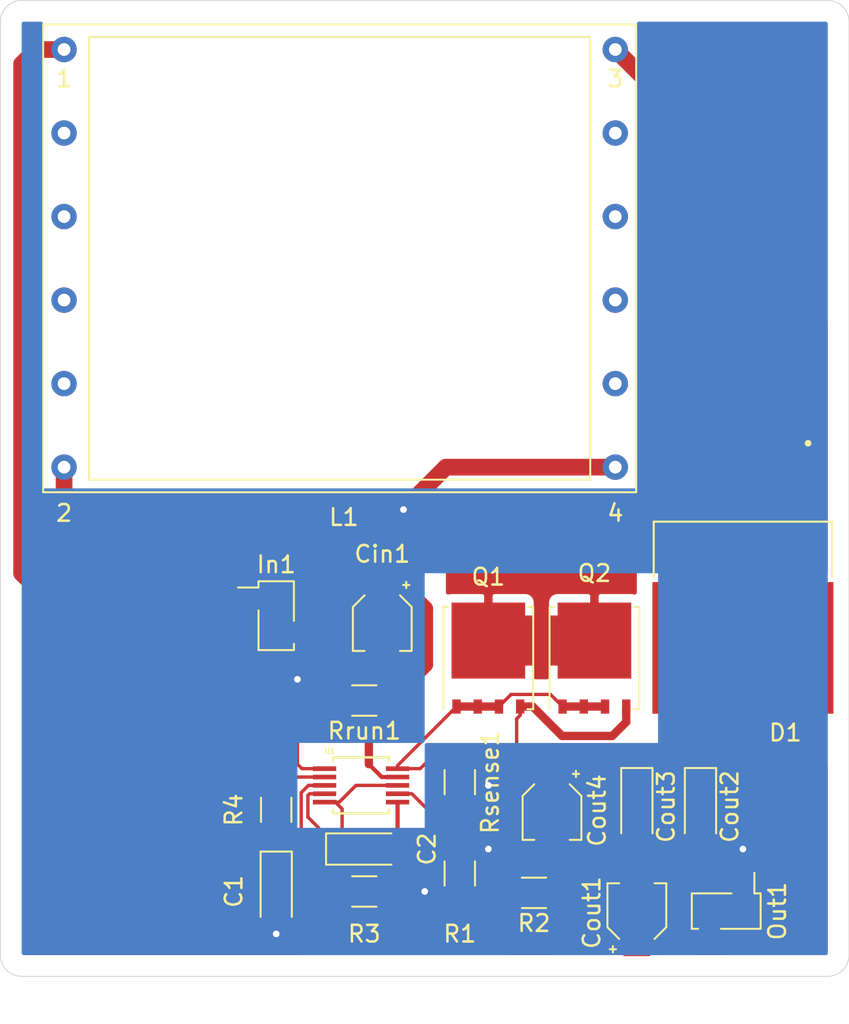
<source format=kicad_pcb>
(kicad_pcb (version 20171130) (host pcbnew "(5.1.10)-1")

  (general
    (thickness 1.6)
    (drawings 10)
    (tracks 116)
    (zones 0)
    (modules 20)
    (nets 14)
  )

  (page A4)
  (layers
    (0 F.Cu signal)
    (31 B.Cu signal)
    (32 B.Adhes user)
    (33 F.Adhes user)
    (34 B.Paste user)
    (35 F.Paste user)
    (36 B.SilkS user)
    (37 F.SilkS user)
    (38 B.Mask user)
    (39 F.Mask user)
    (40 Dwgs.User user)
    (41 Cmts.User user)
    (42 Eco1.User user)
    (43 Eco2.User user)
    (44 Edge.Cuts user)
    (45 Margin user)
    (46 B.CrtYd user)
    (47 F.CrtYd user)
    (48 B.Fab user)
    (49 F.Fab user)
  )

  (setup
    (last_trace_width 1)
    (user_trace_width 0.2)
    (user_trace_width 0.5)
    (user_trace_width 1)
    (user_trace_width 1.5)
    (user_trace_width 2)
    (user_trace_width 2.5)
    (user_trace_width 3)
    (trace_clearance 0.2)
    (zone_clearance 0.508)
    (zone_45_only no)
    (trace_min 0.2)
    (via_size 0.8)
    (via_drill 0.4)
    (via_min_size 0.4)
    (via_min_drill 0.3)
    (uvia_size 0.3)
    (uvia_drill 0.1)
    (uvias_allowed no)
    (uvia_min_size 0.2)
    (uvia_min_drill 0.1)
    (edge_width 0.05)
    (segment_width 0.2)
    (pcb_text_width 0.3)
    (pcb_text_size 1.5 1.5)
    (mod_edge_width 0.12)
    (mod_text_size 1 1)
    (mod_text_width 0.15)
    (pad_size 1.524 1.524)
    (pad_drill 0.762)
    (pad_to_mask_clearance 0.051)
    (solder_mask_min_width 0.25)
    (aux_axis_origin 0 0)
    (visible_elements 7FFFFFFF)
    (pcbplotparams
      (layerselection 0x010fc_ffffffff)
      (usegerberextensions false)
      (usegerberattributes true)
      (usegerberadvancedattributes true)
      (creategerberjobfile true)
      (excludeedgelayer true)
      (linewidth 0.100000)
      (plotframeref false)
      (viasonmask false)
      (mode 1)
      (useauxorigin false)
      (hpglpennumber 1)
      (hpglpenspeed 20)
      (hpglpendiameter 15.000000)
      (psnegative false)
      (psa4output false)
      (plotreference true)
      (plotvalue true)
      (plotinvisibletext false)
      (padsonsilk false)
      (subtractmaskfromsilk false)
      (outputformat 4)
      (mirror false)
      (drillshape 0)
      (scaleselection 1)
      (outputdirectory "../../../Nueva carpeta/"))
  )

  (net 0 "")
  (net 1 "Net-(C1-Pad1)")
  (net 2 GND)
  (net 3 "Net-(C2-Pad1)")
  (net 4 Out)
  (net 5 In)
  (net 6 "Net-(D1-Pad1)")
  (net 7 "Net-(L1-Pad2)")
  (net 8 FB)
  (net 9 "Net-(R3-Pad1)")
  (net 10 "Net-(Rrun1-Pad2)")
  (net 11 "Net-(R4-Pad1)")
  (net 12 "Net-(Q1-Pad1)")
  (net 13 "Net-(Q1-Pad4)")

  (net_class Default "This is the default net class."
    (clearance 0.2)
    (trace_width 0.25)
    (via_dia 0.8)
    (via_drill 0.4)
    (uvia_dia 0.3)
    (uvia_drill 0.1)
    (add_net FB)
    (add_net GND)
    (add_net In)
    (add_net "Net-(C1-Pad1)")
    (add_net "Net-(C2-Pad1)")
    (add_net "Net-(D1-Pad1)")
    (add_net "Net-(L1-Pad2)")
    (add_net "Net-(Q1-Pad1)")
    (add_net "Net-(Q1-Pad4)")
    (add_net "Net-(R3-Pad1)")
    (add_net "Net-(R4-Pad1)")
    (add_net "Net-(Rrun1-Pad2)")
    (add_net Out)
  )

  (module "Nuestra Libreria:ALT_Carrete_E42-21-20" (layer F.Cu) (tedit 61045EDC) (tstamp 6102B80F)
    (at 95.25 128.27)
    (descr http://www.breve.pl/pdf/ANG/TEZ_ang.pdf)
    (tags "TEZ PCB Transformer")
    (path /60F68ED4)
    (fp_text reference L1 (at 16.75 3) (layer F.SilkS)
      (effects (font (size 1 1) (thickness 0.15)))
    )
    (fp_text value L_Core_Ferrite_Coupled (at 16.75 -11.5) (layer F.Fab)
      (effects (font (size 1 1) (thickness 0.15)))
    )
    (fp_text user %R (at 16.75 -13) (layer F.Fab)
      (effects (font (size 1 1) (thickness 0.15)))
    )
    (fp_text user 1 (at 0 -23.25) (layer F.SilkS)
      (effects (font (size 1 1) (thickness 0.15)))
    )
    (fp_text user 2 (at 0 2.75) (layer F.SilkS)
      (effects (font (size 1 1) (thickness 0.15)))
    )
    (fp_text user 4 (at 33 2.75) (layer F.SilkS)
      (effects (font (size 1 1) (thickness 0.15)))
    )
    (fp_text user 3 (at 33 -23.25) (layer F.SilkS)
      (effects (font (size 1 1) (thickness 0.15)))
    )
    (fp_line (start -1.75 -27) (end 34.75 -27) (layer F.CrtYd) (width 0.12))
    (fp_line (start 34.75 -27) (end 34.75 2) (layer F.CrtYd) (width 0.12))
    (fp_line (start 34.75 2) (end -1.75 2) (layer F.CrtYd) (width 0.12))
    (fp_line (start -1.75 2) (end -1.75 -27) (layer F.CrtYd) (width 0.12))
    (fp_line (start 34.25 -26.5) (end 34.25 1.5) (layer F.SilkS) (width 0.12))
    (fp_line (start 34.25 1.5) (end -1.25 1.5) (layer B.Paste) (width 0.12))
    (fp_line (start -1.25 1.5) (end -1.25 -26.5) (layer B.Paste) (width 0.12))
    (fp_line (start 34.25 -26.5) (end -1.25 -26.5) (layer F.SilkS) (width 0.12))
    (fp_line (start -1.25 -26.5) (end -1.25 1.5) (layer F.SilkS) (width 0.12))
    (fp_line (start -1.25 1.5) (end 34.25 1.5) (layer F.SilkS) (width 0.12))
    (fp_line (start 34.25 -26.5) (end -1.25 -26.5) (layer B.Paste) (width 0.12))
    (fp_line (start 34.25 -26.5) (end 34.25 1.5) (layer B.Paste) (width 0.12))
    (fp_line (start -1.75 -27) (end 34.75 -27) (layer B.CrtYd) (width 0.12))
    (fp_line (start 34.75 -27) (end 34.75 2) (layer B.CrtYd) (width 0.12))
    (fp_line (start 34.75 2) (end -1.75 2) (layer B.CrtYd) (width 0.12))
    (fp_line (start -1.75 2) (end -1.75 -27) (layer B.CrtYd) (width 0.12))
    (fp_line (start 1.5 -25.75) (end 31.5 -25.75) (layer F.SilkS) (width 0.12))
    (fp_line (start 31.5 -25.75) (end 31.5 -0.75) (layer F.SilkS) (width 0.12))
    (fp_line (start 1.5 -0.75) (end 1.5 -25.75) (layer F.SilkS) (width 0.12))
    (fp_line (start 31.5 -0.75) (end 31.5 0.75) (layer F.SilkS) (width 0.12))
    (fp_line (start 1.5 0.5) (end 1.5 -0.75) (layer F.SilkS) (width 0.12))
    (fp_line (start 31.5 0.75) (end 1.5 0.75) (layer F.SilkS) (width 0.12))
    (fp_line (start 1.5 0.75) (end 1.5 0.5) (layer F.SilkS) (width 0.12))
    (pad 3 thru_hole circle (at 33 -25) (size 1.524 1.524) (drill 0.762) (layers *.Cu *.Mask)
      (net 6 "Net-(D1-Pad1)"))
    (pad 7 thru_hole circle (at 33 -20) (size 1.524 1.524) (drill 0.762) (layers *.Cu *.Mask))
    (pad 11 thru_hole circle (at 33 -15) (size 1.524 1.524) (drill 0.762) (layers *.Cu *.Mask))
    (pad 12 thru_hole circle (at 33 -10) (size 1.524 1.524) (drill 0.762) (layers *.Cu *.Mask))
    (pad 8 thru_hole circle (at 33 -5) (size 1.524 1.524) (drill 0.762) (layers *.Cu *.Mask))
    (pad 4 thru_hole circle (at 33 0) (size 1.524 1.524) (drill 0.762) (layers *.Cu *.Mask)
      (net 2 GND))
    (pad 1 thru_hole circle (at 0 -25) (size 1.524 1.524) (drill 0.762) (layers *.Cu *.Mask)
      (net 5 In))
    (pad 5 thru_hole circle (at 0 -20) (size 1.524 1.524) (drill 0.762) (layers *.Cu *.Mask))
    (pad 9 thru_hole circle (at 0 -15) (size 1.524 1.524) (drill 0.762) (layers *.Cu *.Mask))
    (pad 10 thru_hole circle (at 0 -10) (size 1.524 1.524) (drill 0.762) (layers *.Cu *.Mask))
    (pad 6 thru_hole circle (at 0 -5) (size 1.524 1.524) (drill 0.762) (layers *.Cu *.Mask))
    (pad 2 thru_hole circle (at 0 0) (size 1.524 1.524) (drill 0.762) (layers *.Cu *.Mask)
      (net 7 "Net-(L1-Pad2)"))
  )

  (module MBR20100CS2TR-G1:TO254P1521X483-4N (layer F.Cu) (tedit 60FDCCCD) (tstamp 60FF2484)
    (at 135.89 134.74 270)
    (path /611D4D36)
    (fp_text reference D1 (at 9.43 -2.54 180) (layer F.SilkS)
      (effects (font (size 1.00015 1.00015) (thickness 0.15)))
    )
    (fp_text value MBR20100CT (at 9.807725 6.223105 90) (layer F.Fab)
      (effects (font (size 1.001299 1.001299) (thickness 0.15)))
    )
    (fp_line (start 8.54 -5.67) (end -8.54 -5.67) (layer F.CrtYd) (width 0.05))
    (fp_line (start -8.54 -5.67) (end -8.54 5.67) (layer F.CrtYd) (width 0.05))
    (fp_line (start -8.54 5.67) (end 8.54 5.67) (layer F.CrtYd) (width 0.05))
    (fp_line (start 8.54 5.67) (end 8.54 -5.67) (layer F.CrtYd) (width 0.05))
    (fp_circle (center -7.9 -3.9) (end -7.8 -3.9) (layer F.Fab) (width 0.2))
    (fp_circle (center -7.9 -3.9) (end -7.8 -3.9) (layer F.SilkS) (width 0.2))
    (fp_line (start -3.208 -5.34) (end 6.453 -5.34) (layer F.Fab) (width 0.127))
    (fp_line (start 6.453 -5.34) (end 6.453 5.34) (layer F.Fab) (width 0.127))
    (fp_line (start 6.453 5.34) (end -3.208 5.34) (layer F.Fab) (width 0.127))
    (fp_line (start -3.208 5.34) (end -3.208 -5.34) (layer F.Fab) (width 0.127))
    (fp_line (start -3.208 5.34) (end -3.208 -5.34) (layer F.SilkS) (width 0.127))
    (fp_line (start -3.208 -5.34) (end 0.097 -5.34) (layer F.SilkS) (width 0.127))
    (fp_line (start -3.208 5.34) (end 0.097 5.34) (layer F.SilkS) (width 0.127))
    (fp_poly (pts (xy 1.56 -3.83) (xy 7.14 -3.83) (xy 7.14 3.83) (xy 1.56 3.83)) (layer F.Paste) (width 0.01))
    (pad 1 smd rect (at -6.4 -2.54 270) (size 3.78 1.06) (layers F.Cu F.Paste F.Mask)
      (net 6 "Net-(D1-Pad1)"))
    (pad 3 smd rect (at -6.4 2.54 270) (size 3.78 1.06) (layers F.Cu F.Paste F.Mask)
      (net 6 "Net-(D1-Pad1)"))
    (pad 2 smd rect (at 4.35 0 270) (size 7.88 10.84) (layers F.Cu F.Mask)
      (net 4 Out))
  )

  (module Capacitor_Tantalum_SMD:CP_EIA-3216-18_Kemet-A (layer F.Cu) (tedit 5EBA9318) (tstamp 60FF23B7)
    (at 107.95 153.59 270)
    (descr "Tantalum Capacitor SMD Kemet-A (3216-18 Metric), IPC_7351 nominal, (Body size from: http://www.kemet.com/Lists/ProductCatalog/Attachments/253/KEM_TC101_STD.pdf), generated with kicad-footprint-generator")
    (tags "capacitor tantalum")
    (path /60F6BFA1)
    (attr smd)
    (fp_text reference C1 (at 0.08 2.54 90) (layer F.SilkS)
      (effects (font (size 1 1) (thickness 0.15)))
    )
    (fp_text value 35nF (at 0 1.75 90) (layer F.Fab)
      (effects (font (size 1 1) (thickness 0.15)))
    )
    (fp_line (start 2.3 1.05) (end -2.3 1.05) (layer F.CrtYd) (width 0.05))
    (fp_line (start 2.3 -1.05) (end 2.3 1.05) (layer F.CrtYd) (width 0.05))
    (fp_line (start -2.3 -1.05) (end 2.3 -1.05) (layer F.CrtYd) (width 0.05))
    (fp_line (start -2.3 1.05) (end -2.3 -1.05) (layer F.CrtYd) (width 0.05))
    (fp_line (start -2.31 0.935) (end 1.6 0.935) (layer F.SilkS) (width 0.12))
    (fp_line (start -2.31 -0.935) (end -2.31 0.935) (layer F.SilkS) (width 0.12))
    (fp_line (start 1.6 -0.935) (end -2.31 -0.935) (layer F.SilkS) (width 0.12))
    (fp_line (start 1.6 0.8) (end 1.6 -0.8) (layer F.Fab) (width 0.1))
    (fp_line (start -1.6 0.8) (end 1.6 0.8) (layer F.Fab) (width 0.1))
    (fp_line (start -1.6 -0.4) (end -1.6 0.8) (layer F.Fab) (width 0.1))
    (fp_line (start -1.2 -0.8) (end -1.6 -0.4) (layer F.Fab) (width 0.1))
    (fp_line (start 1.6 -0.8) (end -1.2 -0.8) (layer F.Fab) (width 0.1))
    (fp_text user %R (at 0 0 90) (layer F.Fab)
      (effects (font (size 0.8 0.8) (thickness 0.12)))
    )
    (pad 1 smd roundrect (at -1.35 0 270) (size 1.4 1.35) (layers F.Cu F.Paste F.Mask) (roundrect_rratio 0.1851844444444445)
      (net 1 "Net-(C1-Pad1)"))
    (pad 2 smd roundrect (at 1.35 0 270) (size 1.4 1.35) (layers F.Cu F.Paste F.Mask) (roundrect_rratio 0.1851844444444445)
      (net 2 GND))
    (model ${KISYS3DMOD}/Capacitor_Tantalum_SMD.3dshapes/CP_EIA-3216-18_Kemet-A.wrl
      (at (xyz 0 0 0))
      (scale (xyz 1 1 1))
      (rotate (xyz 0 0 0))
    )
  )

  (module Capacitor_Tantalum_SMD:CP_EIA-3216-18_Kemet-A (layer F.Cu) (tedit 5EBA9318) (tstamp 60FF23CA)
    (at 113.245 151.13)
    (descr "Tantalum Capacitor SMD Kemet-A (3216-18 Metric), IPC_7351 nominal, (Body size from: http://www.kemet.com/Lists/ProductCatalog/Attachments/253/KEM_TC101_STD.pdf), generated with kicad-footprint-generator")
    (tags "capacitor tantalum")
    (path /60F6D296)
    (attr smd)
    (fp_text reference C2 (at 3.73 0 90) (layer F.SilkS)
      (effects (font (size 1 1) (thickness 0.15)))
    )
    (fp_text value 4.7uF/10V/X5R (at 0 1.75) (layer F.Fab)
      (effects (font (size 1 1) (thickness 0.15)))
    )
    (fp_line (start 2.3 1.05) (end -2.3 1.05) (layer F.CrtYd) (width 0.05))
    (fp_line (start 2.3 -1.05) (end 2.3 1.05) (layer F.CrtYd) (width 0.05))
    (fp_line (start -2.3 -1.05) (end 2.3 -1.05) (layer F.CrtYd) (width 0.05))
    (fp_line (start -2.3 1.05) (end -2.3 -1.05) (layer F.CrtYd) (width 0.05))
    (fp_line (start -2.31 0.935) (end 1.6 0.935) (layer F.SilkS) (width 0.12))
    (fp_line (start -2.31 -0.935) (end -2.31 0.935) (layer F.SilkS) (width 0.12))
    (fp_line (start 1.6 -0.935) (end -2.31 -0.935) (layer F.SilkS) (width 0.12))
    (fp_line (start 1.6 0.8) (end 1.6 -0.8) (layer F.Fab) (width 0.1))
    (fp_line (start -1.6 0.8) (end 1.6 0.8) (layer F.Fab) (width 0.1))
    (fp_line (start -1.6 -0.4) (end -1.6 0.8) (layer F.Fab) (width 0.1))
    (fp_line (start -1.2 -0.8) (end -1.6 -0.4) (layer F.Fab) (width 0.1))
    (fp_line (start 1.6 -0.8) (end -1.2 -0.8) (layer F.Fab) (width 0.1))
    (fp_text user %R (at 0 0) (layer F.Fab)
      (effects (font (size 0.8 0.8) (thickness 0.12)))
    )
    (pad 1 smd roundrect (at -1.35 0) (size 1.4 1.35) (layers F.Cu F.Paste F.Mask) (roundrect_rratio 0.1851844444444445)
      (net 3 "Net-(C2-Pad1)"))
    (pad 2 smd roundrect (at 1.35 0) (size 1.4 1.35) (layers F.Cu F.Paste F.Mask) (roundrect_rratio 0.1851844444444445)
      (net 2 GND))
    (model ${KISYS3DMOD}/Capacitor_Tantalum_SMD.3dshapes/CP_EIA-3216-18_Kemet-A.wrl
      (at (xyz 0 0 0))
      (scale (xyz 1 1 1))
      (rotate (xyz 0 0 0))
    )
  )

  (module Capacitor_SMD:CP_Elec_3x5.3 (layer F.Cu) (tedit 5B303299) (tstamp 60FF2401)
    (at 114.3 137.51 270)
    (descr "SMT capacitor, aluminium electrolytic, 3x5.3, Cornell Dubilier Electronics ")
    (tags "Capacitor Electrolytic")
    (path /60F6CB96)
    (attr smd)
    (fp_text reference Cin1 (at -4.04 0 180) (layer F.SilkS)
      (effects (font (size 1 1) (thickness 0.15)))
    )
    (fp_text value 33uF/35V (at 0 2.7 90) (layer F.Fab)
      (effects (font (size 1 1) (thickness 0.15)))
    )
    (fp_line (start -2.85 1.05) (end -1.78 1.05) (layer F.CrtYd) (width 0.05))
    (fp_line (start -2.85 -1.05) (end -2.85 1.05) (layer F.CrtYd) (width 0.05))
    (fp_line (start -1.78 -1.05) (end -2.85 -1.05) (layer F.CrtYd) (width 0.05))
    (fp_line (start -1.78 -1.05) (end -0.93 -1.9) (layer F.CrtYd) (width 0.05))
    (fp_line (start -1.78 1.05) (end -0.93 1.9) (layer F.CrtYd) (width 0.05))
    (fp_line (start -0.93 -1.9) (end 1.9 -1.9) (layer F.CrtYd) (width 0.05))
    (fp_line (start -0.93 1.9) (end 1.9 1.9) (layer F.CrtYd) (width 0.05))
    (fp_line (start 1.9 1.05) (end 1.9 1.9) (layer F.CrtYd) (width 0.05))
    (fp_line (start 2.85 1.05) (end 1.9 1.05) (layer F.CrtYd) (width 0.05))
    (fp_line (start 2.85 -1.05) (end 2.85 1.05) (layer F.CrtYd) (width 0.05))
    (fp_line (start 1.9 -1.05) (end 2.85 -1.05) (layer F.CrtYd) (width 0.05))
    (fp_line (start 1.9 -1.9) (end 1.9 -1.05) (layer F.CrtYd) (width 0.05))
    (fp_line (start -2.1875 -1.6225) (end -2.1875 -1.2475) (layer F.SilkS) (width 0.12))
    (fp_line (start -2.375 -1.435) (end -2 -1.435) (layer F.SilkS) (width 0.12))
    (fp_line (start -1.570563 1.06) (end -0.870563 1.76) (layer F.SilkS) (width 0.12))
    (fp_line (start -1.570563 -1.06) (end -0.870563 -1.76) (layer F.SilkS) (width 0.12))
    (fp_line (start -0.870563 1.76) (end 1.76 1.76) (layer F.SilkS) (width 0.12))
    (fp_line (start -0.870563 -1.76) (end 1.76 -1.76) (layer F.SilkS) (width 0.12))
    (fp_line (start 1.76 -1.76) (end 1.76 -1.06) (layer F.SilkS) (width 0.12))
    (fp_line (start 1.76 1.76) (end 1.76 1.06) (layer F.SilkS) (width 0.12))
    (fp_line (start -0.960469 -0.95) (end -0.960469 -0.65) (layer F.Fab) (width 0.1))
    (fp_line (start -1.110469 -0.8) (end -0.810469 -0.8) (layer F.Fab) (width 0.1))
    (fp_line (start -1.65 0.825) (end -0.825 1.65) (layer F.Fab) (width 0.1))
    (fp_line (start -1.65 -0.825) (end -0.825 -1.65) (layer F.Fab) (width 0.1))
    (fp_line (start -1.65 -0.825) (end -1.65 0.825) (layer F.Fab) (width 0.1))
    (fp_line (start -0.825 1.65) (end 1.65 1.65) (layer F.Fab) (width 0.1))
    (fp_line (start -0.825 -1.65) (end 1.65 -1.65) (layer F.Fab) (width 0.1))
    (fp_line (start 1.65 -1.65) (end 1.65 1.65) (layer F.Fab) (width 0.1))
    (fp_circle (center 0 0) (end 1.5 0) (layer F.Fab) (width 0.1))
    (fp_text user %R (at 0 0 90) (layer F.Fab)
      (effects (font (size 0.6 0.6) (thickness 0.09)))
    )
    (pad 1 smd rect (at -1.5 0 270) (size 2.2 1.6) (layers F.Cu F.Paste F.Mask)
      (net 5 In))
    (pad 2 smd rect (at 1.5 0 270) (size 2.2 1.6) (layers F.Cu F.Paste F.Mask)
      (net 2 GND))
    (model ${KISYS3DMOD}/Capacitor_SMD.3dshapes/CP_Elec_3x5.3.wrl
      (at (xyz 0 0 0))
      (scale (xyz 1 1 1))
      (rotate (xyz 0 0 0))
    )
  )

  (module Capacitor_SMD:CP_Elec_3x5.3 (layer F.Cu) (tedit 5B303299) (tstamp 60FF2425)
    (at 129.54 154.94 90)
    (descr "SMT capacitor, aluminium electrolytic, 3x5.3, Cornell Dubilier Electronics ")
    (tags "Capacitor Electrolytic")
    (path /60F6C5DA)
    (attr smd)
    (fp_text reference Cout1 (at 0 -2.7 90) (layer F.SilkS)
      (effects (font (size 1 1) (thickness 0.15)))
    )
    (fp_text value 330uF/35V (at 0 2.7 90) (layer F.Fab)
      (effects (font (size 1 1) (thickness 0.15)))
    )
    (fp_line (start -2.85 1.05) (end -1.78 1.05) (layer F.CrtYd) (width 0.05))
    (fp_line (start -2.85 -1.05) (end -2.85 1.05) (layer F.CrtYd) (width 0.05))
    (fp_line (start -1.78 -1.05) (end -2.85 -1.05) (layer F.CrtYd) (width 0.05))
    (fp_line (start -1.78 -1.05) (end -0.93 -1.9) (layer F.CrtYd) (width 0.05))
    (fp_line (start -1.78 1.05) (end -0.93 1.9) (layer F.CrtYd) (width 0.05))
    (fp_line (start -0.93 -1.9) (end 1.9 -1.9) (layer F.CrtYd) (width 0.05))
    (fp_line (start -0.93 1.9) (end 1.9 1.9) (layer F.CrtYd) (width 0.05))
    (fp_line (start 1.9 1.05) (end 1.9 1.9) (layer F.CrtYd) (width 0.05))
    (fp_line (start 2.85 1.05) (end 1.9 1.05) (layer F.CrtYd) (width 0.05))
    (fp_line (start 2.85 -1.05) (end 2.85 1.05) (layer F.CrtYd) (width 0.05))
    (fp_line (start 1.9 -1.05) (end 2.85 -1.05) (layer F.CrtYd) (width 0.05))
    (fp_line (start 1.9 -1.9) (end 1.9 -1.05) (layer F.CrtYd) (width 0.05))
    (fp_line (start -2.1875 -1.6225) (end -2.1875 -1.2475) (layer F.SilkS) (width 0.12))
    (fp_line (start -2.375 -1.435) (end -2 -1.435) (layer F.SilkS) (width 0.12))
    (fp_line (start -1.570563 1.06) (end -0.870563 1.76) (layer F.SilkS) (width 0.12))
    (fp_line (start -1.570563 -1.06) (end -0.870563 -1.76) (layer F.SilkS) (width 0.12))
    (fp_line (start -0.870563 1.76) (end 1.76 1.76) (layer F.SilkS) (width 0.12))
    (fp_line (start -0.870563 -1.76) (end 1.76 -1.76) (layer F.SilkS) (width 0.12))
    (fp_line (start 1.76 -1.76) (end 1.76 -1.06) (layer F.SilkS) (width 0.12))
    (fp_line (start 1.76 1.76) (end 1.76 1.06) (layer F.SilkS) (width 0.12))
    (fp_line (start -0.960469 -0.95) (end -0.960469 -0.65) (layer F.Fab) (width 0.1))
    (fp_line (start -1.110469 -0.8) (end -0.810469 -0.8) (layer F.Fab) (width 0.1))
    (fp_line (start -1.65 0.825) (end -0.825 1.65) (layer F.Fab) (width 0.1))
    (fp_line (start -1.65 -0.825) (end -0.825 -1.65) (layer F.Fab) (width 0.1))
    (fp_line (start -1.65 -0.825) (end -1.65 0.825) (layer F.Fab) (width 0.1))
    (fp_line (start -0.825 1.65) (end 1.65 1.65) (layer F.Fab) (width 0.1))
    (fp_line (start -0.825 -1.65) (end 1.65 -1.65) (layer F.Fab) (width 0.1))
    (fp_line (start 1.65 -1.65) (end 1.65 1.65) (layer F.Fab) (width 0.1))
    (fp_circle (center 0 0) (end 1.5 0) (layer F.Fab) (width 0.1))
    (fp_text user %R (at 0 0 90) (layer F.Fab)
      (effects (font (size 0.6 0.6) (thickness 0.09)))
    )
    (pad 1 smd rect (at -1.5 0 90) (size 2.2 1.6) (layers F.Cu F.Paste F.Mask)
      (net 4 Out))
    (pad 2 smd rect (at 1.5 0 90) (size 2.2 1.6) (layers F.Cu F.Paste F.Mask)
      (net 2 GND))
    (model ${KISYS3DMOD}/Capacitor_SMD.3dshapes/CP_Elec_3x5.3.wrl
      (at (xyz 0 0 0))
      (scale (xyz 1 1 1))
      (rotate (xyz 0 0 0))
    )
  )

  (module Capacitor_Tantalum_SMD:CP_EIA-3216-18_Kemet-A (layer F.Cu) (tedit 5EBA9318) (tstamp 60FF2438)
    (at 133.35 148.59 270)
    (descr "Tantalum Capacitor SMD Kemet-A (3216-18 Metric), IPC_7351 nominal, (Body size from: http://www.kemet.com/Lists/ProductCatalog/Attachments/253/KEM_TC101_STD.pdf), generated with kicad-footprint-generator")
    (tags "capacitor tantalum")
    (path /6115B389)
    (attr smd)
    (fp_text reference Cout2 (at 0 -1.75 90) (layer F.SilkS)
      (effects (font (size 1 1) (thickness 0.15)))
    )
    (fp_text value 10uF/35V/X5R (at 0 1.75 90) (layer F.Fab)
      (effects (font (size 1 1) (thickness 0.15)))
    )
    (fp_line (start 1.6 -0.8) (end -1.2 -0.8) (layer F.Fab) (width 0.1))
    (fp_line (start -1.2 -0.8) (end -1.6 -0.4) (layer F.Fab) (width 0.1))
    (fp_line (start -1.6 -0.4) (end -1.6 0.8) (layer F.Fab) (width 0.1))
    (fp_line (start -1.6 0.8) (end 1.6 0.8) (layer F.Fab) (width 0.1))
    (fp_line (start 1.6 0.8) (end 1.6 -0.8) (layer F.Fab) (width 0.1))
    (fp_line (start 1.6 -0.935) (end -2.31 -0.935) (layer F.SilkS) (width 0.12))
    (fp_line (start -2.31 -0.935) (end -2.31 0.935) (layer F.SilkS) (width 0.12))
    (fp_line (start -2.31 0.935) (end 1.6 0.935) (layer F.SilkS) (width 0.12))
    (fp_line (start -2.3 1.05) (end -2.3 -1.05) (layer F.CrtYd) (width 0.05))
    (fp_line (start -2.3 -1.05) (end 2.3 -1.05) (layer F.CrtYd) (width 0.05))
    (fp_line (start 2.3 -1.05) (end 2.3 1.05) (layer F.CrtYd) (width 0.05))
    (fp_line (start 2.3 1.05) (end -2.3 1.05) (layer F.CrtYd) (width 0.05))
    (fp_text user %R (at 0 0 90) (layer F.Fab)
      (effects (font (size 0.8 0.8) (thickness 0.12)))
    )
    (pad 2 smd roundrect (at 1.35 0 270) (size 1.4 1.35) (layers F.Cu F.Paste F.Mask) (roundrect_rratio 0.1851844444444445)
      (net 2 GND))
    (pad 1 smd roundrect (at -1.35 0 270) (size 1.4 1.35) (layers F.Cu F.Paste F.Mask) (roundrect_rratio 0.1851844444444445)
      (net 4 Out))
    (model ${KISYS3DMOD}/Capacitor_Tantalum_SMD.3dshapes/CP_EIA-3216-18_Kemet-A.wrl
      (at (xyz 0 0 0))
      (scale (xyz 1 1 1))
      (rotate (xyz 0 0 0))
    )
  )

  (module Capacitor_Tantalum_SMD:CP_EIA-3216-18_Kemet-A (layer F.Cu) (tedit 5EBA9318) (tstamp 60FF244B)
    (at 129.54 148.59 270)
    (descr "Tantalum Capacitor SMD Kemet-A (3216-18 Metric), IPC_7351 nominal, (Body size from: http://www.kemet.com/Lists/ProductCatalog/Attachments/253/KEM_TC101_STD.pdf), generated with kicad-footprint-generator")
    (tags "capacitor tantalum")
    (path /611547D4)
    (attr smd)
    (fp_text reference Cout3 (at 0 -1.75 90) (layer F.SilkS)
      (effects (font (size 1 1) (thickness 0.15)))
    )
    (fp_text value 10uF/35V/X5R (at 0 1.75 90) (layer F.Fab)
      (effects (font (size 1 1) (thickness 0.15)))
    )
    (fp_line (start 2.3 1.05) (end -2.3 1.05) (layer F.CrtYd) (width 0.05))
    (fp_line (start 2.3 -1.05) (end 2.3 1.05) (layer F.CrtYd) (width 0.05))
    (fp_line (start -2.3 -1.05) (end 2.3 -1.05) (layer F.CrtYd) (width 0.05))
    (fp_line (start -2.3 1.05) (end -2.3 -1.05) (layer F.CrtYd) (width 0.05))
    (fp_line (start -2.31 0.935) (end 1.6 0.935) (layer F.SilkS) (width 0.12))
    (fp_line (start -2.31 -0.935) (end -2.31 0.935) (layer F.SilkS) (width 0.12))
    (fp_line (start 1.6 -0.935) (end -2.31 -0.935) (layer F.SilkS) (width 0.12))
    (fp_line (start 1.6 0.8) (end 1.6 -0.8) (layer F.Fab) (width 0.1))
    (fp_line (start -1.6 0.8) (end 1.6 0.8) (layer F.Fab) (width 0.1))
    (fp_line (start -1.6 -0.4) (end -1.6 0.8) (layer F.Fab) (width 0.1))
    (fp_line (start -1.2 -0.8) (end -1.6 -0.4) (layer F.Fab) (width 0.1))
    (fp_line (start 1.6 -0.8) (end -1.2 -0.8) (layer F.Fab) (width 0.1))
    (fp_text user %R (at 0 0 90) (layer F.Fab)
      (effects (font (size 0.8 0.8) (thickness 0.12)))
    )
    (pad 1 smd roundrect (at -1.35 0 270) (size 1.4 1.35) (layers F.Cu F.Paste F.Mask) (roundrect_rratio 0.1851844444444445)
      (net 4 Out))
    (pad 2 smd roundrect (at 1.35 0 270) (size 1.4 1.35) (layers F.Cu F.Paste F.Mask) (roundrect_rratio 0.1851844444444445)
      (net 2 GND))
    (model ${KISYS3DMOD}/Capacitor_Tantalum_SMD.3dshapes/CP_EIA-3216-18_Kemet-A.wrl
      (at (xyz 0 0 0))
      (scale (xyz 1 1 1))
      (rotate (xyz 0 0 0))
    )
  )

  (module Capacitor_SMD:CP_Elec_3x5.3 (layer F.Cu) (tedit 5B303299) (tstamp 60FF246F)
    (at 124.46 148.82 270)
    (descr "SMT capacitor, aluminium electrolytic, 3x5.3, Cornell Dubilier Electronics ")
    (tags "Capacitor Electrolytic")
    (path /611508C5)
    (attr smd)
    (fp_text reference Cout4 (at 0 -2.7 90) (layer F.SilkS)
      (effects (font (size 1 1) (thickness 0.15)))
    )
    (fp_text value 330uF/35V (at 0 2.7 90) (layer F.Fab)
      (effects (font (size 1 1) (thickness 0.15)))
    )
    (fp_circle (center 0 0) (end 1.5 0) (layer F.Fab) (width 0.1))
    (fp_line (start 1.65 -1.65) (end 1.65 1.65) (layer F.Fab) (width 0.1))
    (fp_line (start -0.825 -1.65) (end 1.65 -1.65) (layer F.Fab) (width 0.1))
    (fp_line (start -0.825 1.65) (end 1.65 1.65) (layer F.Fab) (width 0.1))
    (fp_line (start -1.65 -0.825) (end -1.65 0.825) (layer F.Fab) (width 0.1))
    (fp_line (start -1.65 -0.825) (end -0.825 -1.65) (layer F.Fab) (width 0.1))
    (fp_line (start -1.65 0.825) (end -0.825 1.65) (layer F.Fab) (width 0.1))
    (fp_line (start -1.110469 -0.8) (end -0.810469 -0.8) (layer F.Fab) (width 0.1))
    (fp_line (start -0.960469 -0.95) (end -0.960469 -0.65) (layer F.Fab) (width 0.1))
    (fp_line (start 1.76 1.76) (end 1.76 1.06) (layer F.SilkS) (width 0.12))
    (fp_line (start 1.76 -1.76) (end 1.76 -1.06) (layer F.SilkS) (width 0.12))
    (fp_line (start -0.870563 -1.76) (end 1.76 -1.76) (layer F.SilkS) (width 0.12))
    (fp_line (start -0.870563 1.76) (end 1.76 1.76) (layer F.SilkS) (width 0.12))
    (fp_line (start -1.570563 -1.06) (end -0.870563 -1.76) (layer F.SilkS) (width 0.12))
    (fp_line (start -1.570563 1.06) (end -0.870563 1.76) (layer F.SilkS) (width 0.12))
    (fp_line (start -2.375 -1.435) (end -2 -1.435) (layer F.SilkS) (width 0.12))
    (fp_line (start -2.1875 -1.6225) (end -2.1875 -1.2475) (layer F.SilkS) (width 0.12))
    (fp_line (start 1.9 -1.9) (end 1.9 -1.05) (layer F.CrtYd) (width 0.05))
    (fp_line (start 1.9 -1.05) (end 2.85 -1.05) (layer F.CrtYd) (width 0.05))
    (fp_line (start 2.85 -1.05) (end 2.85 1.05) (layer F.CrtYd) (width 0.05))
    (fp_line (start 2.85 1.05) (end 1.9 1.05) (layer F.CrtYd) (width 0.05))
    (fp_line (start 1.9 1.05) (end 1.9 1.9) (layer F.CrtYd) (width 0.05))
    (fp_line (start -0.93 1.9) (end 1.9 1.9) (layer F.CrtYd) (width 0.05))
    (fp_line (start -0.93 -1.9) (end 1.9 -1.9) (layer F.CrtYd) (width 0.05))
    (fp_line (start -1.78 1.05) (end -0.93 1.9) (layer F.CrtYd) (width 0.05))
    (fp_line (start -1.78 -1.05) (end -0.93 -1.9) (layer F.CrtYd) (width 0.05))
    (fp_line (start -1.78 -1.05) (end -2.85 -1.05) (layer F.CrtYd) (width 0.05))
    (fp_line (start -2.85 -1.05) (end -2.85 1.05) (layer F.CrtYd) (width 0.05))
    (fp_line (start -2.85 1.05) (end -1.78 1.05) (layer F.CrtYd) (width 0.05))
    (fp_text user %R (at 0 0 90) (layer F.Fab)
      (effects (font (size 0.6 0.6) (thickness 0.09)))
    )
    (pad 2 smd rect (at 1.5 0 270) (size 2.2 1.6) (layers F.Cu F.Paste F.Mask)
      (net 2 GND))
    (pad 1 smd rect (at -1.5 0 270) (size 2.2 1.6) (layers F.Cu F.Paste F.Mask)
      (net 4 Out))
    (model ${KISYS3DMOD}/Capacitor_SMD.3dshapes/CP_Elec_3x5.3.wrl
      (at (xyz 0 0 0))
      (scale (xyz 1 1 1))
      (rotate (xyz 0 0 0))
    )
  )

  (module Connector_PinHeader_2.00mm:PinHeader_1x02_P2.00mm_Vertical_SMD_Pin1Left (layer F.Cu) (tedit 59FED667) (tstamp 60FF24A1)
    (at 107.95 137.16)
    (descr "surface-mounted straight pin header, 1x02, 2.00mm pitch, single row, style 1 (pin 1 left)")
    (tags "Surface mounted pin header SMD 1x02 2.00mm single row style1 pin1 left")
    (path /60FBDEF3)
    (attr smd)
    (fp_text reference In1 (at 0 -3.06) (layer F.SilkS)
      (effects (font (size 1 1) (thickness 0.15)))
    )
    (fp_text value Conn_01x02_Male (at 0 3.06) (layer F.Fab)
      (effects (font (size 1 1) (thickness 0.15)))
    )
    (fp_line (start 1 2) (end -1 2) (layer F.Fab) (width 0.1))
    (fp_line (start -0.25 -2) (end 1 -2) (layer F.Fab) (width 0.1))
    (fp_line (start -1 2) (end -1 -1.25) (layer F.Fab) (width 0.1))
    (fp_line (start -1 -1.25) (end -0.25 -2) (layer F.Fab) (width 0.1))
    (fp_line (start 1 -2) (end 1 2) (layer F.Fab) (width 0.1))
    (fp_line (start -1 -1.25) (end -2.1 -1.25) (layer F.Fab) (width 0.1))
    (fp_line (start -2.1 -1.25) (end -2.1 -0.75) (layer F.Fab) (width 0.1))
    (fp_line (start -2.1 -0.75) (end -1 -0.75) (layer F.Fab) (width 0.1))
    (fp_line (start 1 0.75) (end 2.1 0.75) (layer F.Fab) (width 0.1))
    (fp_line (start 2.1 0.75) (end 2.1 1.25) (layer F.Fab) (width 0.1))
    (fp_line (start 2.1 1.25) (end 1 1.25) (layer F.Fab) (width 0.1))
    (fp_line (start -1.06 -2.06) (end 1.06 -2.06) (layer F.SilkS) (width 0.12))
    (fp_line (start -1.06 2.06) (end 1.06 2.06) (layer F.SilkS) (width 0.12))
    (fp_line (start 1.06 -2.06) (end 1.06 0.315) (layer F.SilkS) (width 0.12))
    (fp_line (start -1.06 -1.685) (end -2.29 -1.685) (layer F.SilkS) (width 0.12))
    (fp_line (start -1.06 -2.06) (end -1.06 -1.685) (layer F.SilkS) (width 0.12))
    (fp_line (start 1.06 1.685) (end 1.06 2.06) (layer F.SilkS) (width 0.12))
    (fp_line (start -1.06 -0.315) (end -1.06 2.06) (layer F.SilkS) (width 0.12))
    (fp_line (start -2.85 -2.5) (end -2.85 2.5) (layer F.CrtYd) (width 0.05))
    (fp_line (start -2.85 2.5) (end 2.85 2.5) (layer F.CrtYd) (width 0.05))
    (fp_line (start 2.85 2.5) (end 2.85 -2.5) (layer F.CrtYd) (width 0.05))
    (fp_line (start 2.85 -2.5) (end -2.85 -2.5) (layer F.CrtYd) (width 0.05))
    (fp_text user %R (at 0 0 90) (layer F.Fab)
      (effects (font (size 1 1) (thickness 0.15)))
    )
    (pad 2 smd rect (at 1.175 1) (size 2.35 0.85) (layers F.Cu F.Paste F.Mask)
      (net 2 GND))
    (pad 1 smd rect (at -1.175 -1) (size 2.35 0.85) (layers F.Cu F.Paste F.Mask)
      (net 5 In))
    (model ${KISYS3DMOD}/Connector_PinHeader_2.00mm.3dshapes/PinHeader_1x02_P2.00mm_Vertical_SMD_Pin1Left.wrl
      (at (xyz 0 0 0))
      (scale (xyz 1 1 1))
      (rotate (xyz 0 0 0))
    )
  )

  (module Connector_PinHeader_2.00mm:PinHeader_1x02_P2.00mm_Vertical_SMD_Pin1Left (layer F.Cu) (tedit 59FED667) (tstamp 60FF24EF)
    (at 134.89 154.845 270)
    (descr "surface-mounted straight pin header, 1x02, 2.00mm pitch, single row, style 1 (pin 1 left)")
    (tags "Surface mounted pin header SMD 1x02 2.00mm single row style1 pin1 left")
    (path /60FADB04)
    (attr smd)
    (fp_text reference Out1 (at 0 -3.06 90) (layer F.SilkS)
      (effects (font (size 1 1) (thickness 0.15)))
    )
    (fp_text value Conn_01x02_Male (at 0 3.06 90) (layer F.Fab)
      (effects (font (size 1 1) (thickness 0.15)))
    )
    (fp_line (start 2.85 -2.5) (end -2.85 -2.5) (layer F.CrtYd) (width 0.05))
    (fp_line (start 2.85 2.5) (end 2.85 -2.5) (layer F.CrtYd) (width 0.05))
    (fp_line (start -2.85 2.5) (end 2.85 2.5) (layer F.CrtYd) (width 0.05))
    (fp_line (start -2.85 -2.5) (end -2.85 2.5) (layer F.CrtYd) (width 0.05))
    (fp_line (start -1.06 -0.315) (end -1.06 2.06) (layer F.SilkS) (width 0.12))
    (fp_line (start 1.06 1.685) (end 1.06 2.06) (layer F.SilkS) (width 0.12))
    (fp_line (start -1.06 -2.06) (end -1.06 -1.685) (layer F.SilkS) (width 0.12))
    (fp_line (start -1.06 -1.685) (end -2.29 -1.685) (layer F.SilkS) (width 0.12))
    (fp_line (start 1.06 -2.06) (end 1.06 0.315) (layer F.SilkS) (width 0.12))
    (fp_line (start -1.06 2.06) (end 1.06 2.06) (layer F.SilkS) (width 0.12))
    (fp_line (start -1.06 -2.06) (end 1.06 -2.06) (layer F.SilkS) (width 0.12))
    (fp_line (start 2.1 1.25) (end 1 1.25) (layer F.Fab) (width 0.1))
    (fp_line (start 2.1 0.75) (end 2.1 1.25) (layer F.Fab) (width 0.1))
    (fp_line (start 1 0.75) (end 2.1 0.75) (layer F.Fab) (width 0.1))
    (fp_line (start -2.1 -0.75) (end -1 -0.75) (layer F.Fab) (width 0.1))
    (fp_line (start -2.1 -1.25) (end -2.1 -0.75) (layer F.Fab) (width 0.1))
    (fp_line (start -1 -1.25) (end -2.1 -1.25) (layer F.Fab) (width 0.1))
    (fp_line (start 1 -2) (end 1 2) (layer F.Fab) (width 0.1))
    (fp_line (start -1 -1.25) (end -0.25 -2) (layer F.Fab) (width 0.1))
    (fp_line (start -1 2) (end -1 -1.25) (layer F.Fab) (width 0.1))
    (fp_line (start -0.25 -2) (end 1 -2) (layer F.Fab) (width 0.1))
    (fp_line (start 1 2) (end -1 2) (layer F.Fab) (width 0.1))
    (fp_text user %R (at 0 0) (layer F.Fab)
      (effects (font (size 1 1) (thickness 0.15)))
    )
    (pad 1 smd rect (at -1.175 -1 270) (size 2.35 0.85) (layers F.Cu F.Paste F.Mask)
      (net 2 GND))
    (pad 2 smd rect (at 1.175 1 270) (size 2.35 0.85) (layers F.Cu F.Paste F.Mask)
      (net 4 Out))
    (model ${KISYS3DMOD}/Connector_PinHeader_2.00mm.3dshapes/PinHeader_1x02_P2.00mm_Vertical_SMD_Pin1Left.wrl
      (at (xyz 0 0 0))
      (scale (xyz 1 1 1))
      (rotate (xyz 0 0 0))
    )
  )

  (module Package_TO_SOT_SMD:TDSON-8-1 (layer F.Cu) (tedit 5D9B6805) (tstamp 60FF2510)
    (at 120.65 139.7 90)
    (descr "Power MOSFET package, TDSON-8-1, 5.15x5.9mm (https://www.infineon.com/cms/en/product/packages/PG-TDSON/PG-TDSON-8-1/)")
    (tags "tdson ")
    (path /6100294D)
    (attr smd)
    (fp_text reference Q1 (at 4.86 0 180) (layer F.SilkS)
      (effects (font (size 1 1) (thickness 0.15)))
    )
    (fp_text value BSC035N10NS5 (at 0 3.5 90) (layer F.Fab)
      (effects (font (size 1 1) (thickness 0.15)))
    )
    (fp_line (start 3.06 -2.385) (end 3.06 -2.685) (layer F.SilkS) (width 0.12))
    (fp_line (start 3.06 2.385) (end 3.06 2.685) (layer F.SilkS) (width 0.12))
    (fp_line (start -3.06 2.335) (end -3.06 2.685) (layer F.SilkS) (width 0.12))
    (fp_line (start 3.06 -2.685) (end -3.06 -2.685) (layer F.SilkS) (width 0.12))
    (fp_line (start -1.95 -2.575) (end -2.95 -1.575) (layer F.Fab) (width 0.1))
    (fp_line (start 3.06 2.685) (end -3.06 2.685) (layer F.SilkS) (width 0.12))
    (fp_line (start 3.58 2.83) (end 3.58 -2.83) (layer F.CrtYd) (width 0.05))
    (fp_line (start 3.58 -2.83) (end -3.58 -2.83) (layer F.CrtYd) (width 0.05))
    (fp_line (start -3.58 -2.83) (end -3.58 2.83) (layer F.CrtYd) (width 0.05))
    (fp_line (start -3.58 2.83) (end 3.58 2.83) (layer F.CrtYd) (width 0.05))
    (fp_line (start 2.95 -2.575) (end 2.95 2.575) (layer F.Fab) (width 0.1))
    (fp_line (start 2.95 2.575) (end -2.95 2.575) (layer F.Fab) (width 0.1))
    (fp_line (start -2.95 2.575) (end -2.95 -1.575) (layer F.Fab) (width 0.1))
    (fp_line (start -1.95 -2.575) (end 2.95 -2.575) (layer F.Fab) (width 0.1))
    (fp_text user %R (at 0 0 90) (layer F.Fab)
      (effects (font (size 1 1) (thickness 0.15)))
    )
    (pad 1 smd rect (at -2.9 -1.905 90) (size 0.85 0.5) (layers F.Cu F.Paste F.Mask)
      (net 12 "Net-(Q1-Pad1)") (solder_paste_margin -0.05))
    (pad 2 smd rect (at -2.9 -0.635 90) (size 0.85 0.5) (layers F.Cu F.Paste F.Mask)
      (net 12 "Net-(Q1-Pad1)") (solder_paste_margin -0.05))
    (pad 3 smd rect (at -2.9 0.635 90) (size 0.85 0.5) (layers F.Cu F.Paste F.Mask)
      (net 12 "Net-(Q1-Pad1)") (solder_paste_margin -0.05))
    (pad 4 smd rect (at -2.9 1.905 90) (size 0.85 0.5) (layers F.Cu F.Paste F.Mask)
      (net 13 "Net-(Q1-Pad4)") (solder_paste_margin -0.05))
    (pad "" smd rect (at 1.5 -0.85 90) (size 1.5 1.5) (layers F.Paste))
    (pad "" smd rect (at 1.5 0.85 90) (size 1.5 1.5) (layers F.Paste))
    (pad "" smd rect (at -0.2 -0.85 90) (size 1.5 1.5) (layers F.Paste))
    (pad "" smd rect (at -0.2 0.85 90) (size 1.5 1.5) (layers F.Paste))
    (pad 5 smd rect (at 1.05 0 90) (size 4.55 4.41) (layers F.Cu)
      (net 7 "Net-(L1-Pad2)"))
    (pad "" smd rect (at 2.905 -1.905 90) (size 0.75 0.5) (layers F.Paste))
    (pad "" smd rect (at 2.905 -0.635 90) (size 0.75 0.5) (layers F.Paste))
    (pad "" smd rect (at 2.905 0.635 90) (size 0.75 0.5) (layers F.Paste))
    (pad "" smd rect (at 2.905 1.905 90) (size 0.75 0.5) (layers F.Paste))
    (pad "" smd custom (at 0.65 0 90) (size 3.75 4.41) (layers F.Mask)
      (zone_connect 0)
      (options (clearance outline) (anchor rect))
      (primitives
        (gr_poly (pts
           (xy 1.875 -2.205) (xy 2.675 -2.205) (xy 2.675 -1.605) (xy 1.875 -1.605)) (width 0))
        (gr_poly (pts
           (xy 1.875 -0.935) (xy 2.675 -0.935) (xy 2.675 -0.335) (xy 1.875 -0.335)) (width 0))
        (gr_poly (pts
           (xy 1.875 0.335) (xy 2.675 0.335) (xy 2.675 0.935) (xy 1.875 0.935)) (width 0))
        (gr_poly (pts
           (xy 1.875 1.605) (xy 2.675 1.605) (xy 2.675 2.205) (xy 1.875 2.205)) (width 0))
      ))
    (model ${KISYS3DMOD}/Package_TO_SOT_SMD.3dshapes/TDSON-8-1.wrl
      (at (xyz 0 0 0))
      (scale (xyz 1 1 1))
      (rotate (xyz 0 0 0))
    )
  )

  (module Package_TO_SOT_SMD:TDSON-8-1 (layer F.Cu) (tedit 5D9B6805) (tstamp 60FF2531)
    (at 127 139.7 90)
    (descr "Power MOSFET package, TDSON-8-1, 5.15x5.9mm (https://www.infineon.com/cms/en/product/packages/PG-TDSON/PG-TDSON-8-1/)")
    (tags "tdson ")
    (path /6102A826)
    (attr smd)
    (fp_text reference Q2 (at 5.08 0 180) (layer F.SilkS)
      (effects (font (size 1 1) (thickness 0.15)))
    )
    (fp_text value BSC035N10NS5 (at 0 3.5 90) (layer F.Fab)
      (effects (font (size 1 1) (thickness 0.15)))
    )
    (fp_line (start -1.95 -2.575) (end 2.95 -2.575) (layer F.Fab) (width 0.1))
    (fp_line (start -2.95 2.575) (end -2.95 -1.575) (layer F.Fab) (width 0.1))
    (fp_line (start 2.95 2.575) (end -2.95 2.575) (layer F.Fab) (width 0.1))
    (fp_line (start 2.95 -2.575) (end 2.95 2.575) (layer F.Fab) (width 0.1))
    (fp_line (start -3.58 2.83) (end 3.58 2.83) (layer F.CrtYd) (width 0.05))
    (fp_line (start -3.58 -2.83) (end -3.58 2.83) (layer F.CrtYd) (width 0.05))
    (fp_line (start 3.58 -2.83) (end -3.58 -2.83) (layer F.CrtYd) (width 0.05))
    (fp_line (start 3.58 2.83) (end 3.58 -2.83) (layer F.CrtYd) (width 0.05))
    (fp_line (start 3.06 2.685) (end -3.06 2.685) (layer F.SilkS) (width 0.12))
    (fp_line (start -1.95 -2.575) (end -2.95 -1.575) (layer F.Fab) (width 0.1))
    (fp_line (start 3.06 -2.685) (end -3.06 -2.685) (layer F.SilkS) (width 0.12))
    (fp_line (start -3.06 2.335) (end -3.06 2.685) (layer F.SilkS) (width 0.12))
    (fp_line (start 3.06 2.385) (end 3.06 2.685) (layer F.SilkS) (width 0.12))
    (fp_line (start 3.06 -2.385) (end 3.06 -2.685) (layer F.SilkS) (width 0.12))
    (fp_text user %R (at 0 0 90) (layer F.Fab)
      (effects (font (size 1 1) (thickness 0.15)))
    )
    (pad "" smd custom (at 0.65 0 90) (size 3.75 4.41) (layers F.Mask)
      (zone_connect 0)
      (options (clearance outline) (anchor rect))
      (primitives
        (gr_poly (pts
           (xy 1.875 -2.205) (xy 2.675 -2.205) (xy 2.675 -1.605) (xy 1.875 -1.605)) (width 0))
        (gr_poly (pts
           (xy 1.875 -0.935) (xy 2.675 -0.935) (xy 2.675 -0.335) (xy 1.875 -0.335)) (width 0))
        (gr_poly (pts
           (xy 1.875 0.335) (xy 2.675 0.335) (xy 2.675 0.935) (xy 1.875 0.935)) (width 0))
        (gr_poly (pts
           (xy 1.875 1.605) (xy 2.675 1.605) (xy 2.675 2.205) (xy 1.875 2.205)) (width 0))
      ))
    (pad "" smd rect (at 2.905 1.905 90) (size 0.75 0.5) (layers F.Paste))
    (pad "" smd rect (at 2.905 0.635 90) (size 0.75 0.5) (layers F.Paste))
    (pad "" smd rect (at 2.905 -0.635 90) (size 0.75 0.5) (layers F.Paste))
    (pad "" smd rect (at 2.905 -1.905 90) (size 0.75 0.5) (layers F.Paste))
    (pad 5 smd rect (at 1.05 0 90) (size 4.55 4.41) (layers F.Cu)
      (net 7 "Net-(L1-Pad2)"))
    (pad "" smd rect (at -0.2 0.85 90) (size 1.5 1.5) (layers F.Paste))
    (pad "" smd rect (at -0.2 -0.85 90) (size 1.5 1.5) (layers F.Paste))
    (pad "" smd rect (at 1.5 0.85 90) (size 1.5 1.5) (layers F.Paste))
    (pad "" smd rect (at 1.5 -0.85 90) (size 1.5 1.5) (layers F.Paste))
    (pad 4 smd rect (at -2.9 1.905 90) (size 0.85 0.5) (layers F.Cu F.Paste F.Mask)
      (net 13 "Net-(Q1-Pad4)") (solder_paste_margin -0.05))
    (pad 3 smd rect (at -2.9 0.635 90) (size 0.85 0.5) (layers F.Cu F.Paste F.Mask)
      (net 12 "Net-(Q1-Pad1)") (solder_paste_margin -0.05))
    (pad 2 smd rect (at -2.9 -0.635 90) (size 0.85 0.5) (layers F.Cu F.Paste F.Mask)
      (net 12 "Net-(Q1-Pad1)") (solder_paste_margin -0.05))
    (pad 1 smd rect (at -2.9 -1.905 90) (size 0.85 0.5) (layers F.Cu F.Paste F.Mask)
      (net 12 "Net-(Q1-Pad1)") (solder_paste_margin -0.05))
    (model ${KISYS3DMOD}/Package_TO_SOT_SMD.3dshapes/TDSON-8-1.wrl
      (at (xyz 0 0 0))
      (scale (xyz 1 1 1))
      (rotate (xyz 0 0 0))
    )
  )

  (module Resistor_SMD:R_1206_3216Metric (layer F.Cu) (tedit 5F68FEEE) (tstamp 60FF2557)
    (at 118.94 152.5925 90)
    (descr "Resistor SMD 1206 (3216 Metric), square (rectangular) end terminal, IPC_7351 nominal, (Body size source: IPC-SM-782 page 72, https://www.pcb-3d.com/wordpress/wp-content/uploads/ipc-sm-782a_amendment_1_and_2.pdf), generated with kicad-footprint-generator")
    (tags resistor)
    (path /60F95F9D)
    (attr smd)
    (fp_text reference R1 (at -3.6175 0 180) (layer F.SilkS)
      (effects (font (size 1 1) (thickness 0.15)))
    )
    (fp_text value 1.3k (at 0 1.82 90) (layer F.Fab)
      (effects (font (size 1 1) (thickness 0.15)))
    )
    (fp_line (start -1.6 0.8) (end -1.6 -0.8) (layer F.Fab) (width 0.1))
    (fp_line (start -1.6 -0.8) (end 1.6 -0.8) (layer F.Fab) (width 0.1))
    (fp_line (start 1.6 -0.8) (end 1.6 0.8) (layer F.Fab) (width 0.1))
    (fp_line (start 1.6 0.8) (end -1.6 0.8) (layer F.Fab) (width 0.1))
    (fp_line (start -0.727064 -0.91) (end 0.727064 -0.91) (layer F.SilkS) (width 0.12))
    (fp_line (start -0.727064 0.91) (end 0.727064 0.91) (layer F.SilkS) (width 0.12))
    (fp_line (start -2.28 1.12) (end -2.28 -1.12) (layer F.CrtYd) (width 0.05))
    (fp_line (start -2.28 -1.12) (end 2.28 -1.12) (layer F.CrtYd) (width 0.05))
    (fp_line (start 2.28 -1.12) (end 2.28 1.12) (layer F.CrtYd) (width 0.05))
    (fp_line (start 2.28 1.12) (end -2.28 1.12) (layer F.CrtYd) (width 0.05))
    (fp_text user %R (at 0 0 90) (layer F.Fab)
      (effects (font (size 0.8 0.8) (thickness 0.12)))
    )
    (pad 2 smd roundrect (at 1.4625 0 90) (size 1.125 1.75) (layers F.Cu F.Paste F.Mask) (roundrect_rratio 0.2222213333333333)
      (net 2 GND))
    (pad 1 smd roundrect (at -1.4625 0 90) (size 1.125 1.75) (layers F.Cu F.Paste F.Mask) (roundrect_rratio 0.2222213333333333)
      (net 8 FB))
    (model ${KISYS3DMOD}/Resistor_SMD.3dshapes/R_1206_3216Metric.wrl
      (at (xyz 0 0 0))
      (scale (xyz 1 1 1))
      (rotate (xyz 0 0 0))
    )
  )

  (module Resistor_SMD:R_1206_3216Metric (layer F.Cu) (tedit 5F68FEEE) (tstamp 60FF2568)
    (at 123.3825 153.7525 180)
    (descr "Resistor SMD 1206 (3216 Metric), square (rectangular) end terminal, IPC_7351 nominal, (Body size source: IPC-SM-782 page 72, https://www.pcb-3d.com/wordpress/wp-content/uploads/ipc-sm-782a_amendment_1_and_2.pdf), generated with kicad-footprint-generator")
    (tags resistor)
    (path /60F95503)
    (attr smd)
    (fp_text reference R2 (at 0 -1.82) (layer F.SilkS)
      (effects (font (size 1 1) (thickness 0.15)))
    )
    (fp_text value 20k (at 0 1.82) (layer F.Fab)
      (effects (font (size 1 1) (thickness 0.15)))
    )
    (fp_line (start 2.28 1.12) (end -2.28 1.12) (layer F.CrtYd) (width 0.05))
    (fp_line (start 2.28 -1.12) (end 2.28 1.12) (layer F.CrtYd) (width 0.05))
    (fp_line (start -2.28 -1.12) (end 2.28 -1.12) (layer F.CrtYd) (width 0.05))
    (fp_line (start -2.28 1.12) (end -2.28 -1.12) (layer F.CrtYd) (width 0.05))
    (fp_line (start -0.727064 0.91) (end 0.727064 0.91) (layer F.SilkS) (width 0.12))
    (fp_line (start -0.727064 -0.91) (end 0.727064 -0.91) (layer F.SilkS) (width 0.12))
    (fp_line (start 1.6 0.8) (end -1.6 0.8) (layer F.Fab) (width 0.1))
    (fp_line (start 1.6 -0.8) (end 1.6 0.8) (layer F.Fab) (width 0.1))
    (fp_line (start -1.6 -0.8) (end 1.6 -0.8) (layer F.Fab) (width 0.1))
    (fp_line (start -1.6 0.8) (end -1.6 -0.8) (layer F.Fab) (width 0.1))
    (fp_text user %R (at 0 0) (layer F.Fab)
      (effects (font (size 0.8 0.8) (thickness 0.12)))
    )
    (pad 1 smd roundrect (at -1.4625 0 180) (size 1.125 1.75) (layers F.Cu F.Paste F.Mask) (roundrect_rratio 0.2222213333333333)
      (net 4 Out))
    (pad 2 smd roundrect (at 1.4625 0 180) (size 1.125 1.75) (layers F.Cu F.Paste F.Mask) (roundrect_rratio 0.2222213333333333)
      (net 8 FB))
    (model ${KISYS3DMOD}/Resistor_SMD.3dshapes/R_1206_3216Metric.wrl
      (at (xyz 0 0 0))
      (scale (xyz 1 1 1))
      (rotate (xyz 0 0 0))
    )
  )

  (module Resistor_SMD:R_1206_3216Metric (layer F.Cu) (tedit 5F68FEEE) (tstamp 60FF2579)
    (at 113.2225 153.67)
    (descr "Resistor SMD 1206 (3216 Metric), square (rectangular) end terminal, IPC_7351 nominal, (Body size source: IPC-SM-782 page 72, https://www.pcb-3d.com/wordpress/wp-content/uploads/ipc-sm-782a_amendment_1_and_2.pdf), generated with kicad-footprint-generator")
    (tags resistor)
    (path /60F7D34D)
    (attr smd)
    (fp_text reference R3 (at 0 2.54) (layer F.SilkS)
      (effects (font (size 1 1) (thickness 0.15)))
    )
    (fp_text value 250k (at 0 1.82) (layer F.Fab)
      (effects (font (size 1 1) (thickness 0.15)))
    )
    (fp_line (start -1.6 0.8) (end -1.6 -0.8) (layer F.Fab) (width 0.1))
    (fp_line (start -1.6 -0.8) (end 1.6 -0.8) (layer F.Fab) (width 0.1))
    (fp_line (start 1.6 -0.8) (end 1.6 0.8) (layer F.Fab) (width 0.1))
    (fp_line (start 1.6 0.8) (end -1.6 0.8) (layer F.Fab) (width 0.1))
    (fp_line (start -0.727064 -0.91) (end 0.727064 -0.91) (layer F.SilkS) (width 0.12))
    (fp_line (start -0.727064 0.91) (end 0.727064 0.91) (layer F.SilkS) (width 0.12))
    (fp_line (start -2.28 1.12) (end -2.28 -1.12) (layer F.CrtYd) (width 0.05))
    (fp_line (start -2.28 -1.12) (end 2.28 -1.12) (layer F.CrtYd) (width 0.05))
    (fp_line (start 2.28 -1.12) (end 2.28 1.12) (layer F.CrtYd) (width 0.05))
    (fp_line (start 2.28 1.12) (end -2.28 1.12) (layer F.CrtYd) (width 0.05))
    (fp_text user %R (at 0 0) (layer F.Fab)
      (effects (font (size 0.8 0.8) (thickness 0.12)))
    )
    (pad 2 smd roundrect (at 1.4625 0) (size 1.125 1.75) (layers F.Cu F.Paste F.Mask) (roundrect_rratio 0.2222213333333333)
      (net 2 GND))
    (pad 1 smd roundrect (at -1.4625 0) (size 1.125 1.75) (layers F.Cu F.Paste F.Mask) (roundrect_rratio 0.2222213333333333)
      (net 9 "Net-(R3-Pad1)"))
    (model ${KISYS3DMOD}/Resistor_SMD.3dshapes/R_1206_3216Metric.wrl
      (at (xyz 0 0 0))
      (scale (xyz 1 1 1))
      (rotate (xyz 0 0 0))
    )
  )

  (module Resistor_SMD:R_1206_3216Metric (layer F.Cu) (tedit 5F68FEEE) (tstamp 60FF258A)
    (at 107.95 148.7825 270)
    (descr "Resistor SMD 1206 (3216 Metric), square (rectangular) end terminal, IPC_7351 nominal, (Body size source: IPC-SM-782 page 72, https://www.pcb-3d.com/wordpress/wp-content/uploads/ipc-sm-782a_amendment_1_and_2.pdf), generated with kicad-footprint-generator")
    (tags resistor)
    (path /60F7A3B3)
    (attr smd)
    (fp_text reference R4 (at 0 2.54 270) (layer F.SilkS)
      (effects (font (size 1 1) (thickness 0.15)))
    )
    (fp_text value 20k (at 0 1.82 90) (layer F.Fab)
      (effects (font (size 1 1) (thickness 0.15)))
    )
    (fp_line (start 2.28 1.12) (end -2.28 1.12) (layer F.CrtYd) (width 0.05))
    (fp_line (start 2.28 -1.12) (end 2.28 1.12) (layer F.CrtYd) (width 0.05))
    (fp_line (start -2.28 -1.12) (end 2.28 -1.12) (layer F.CrtYd) (width 0.05))
    (fp_line (start -2.28 1.12) (end -2.28 -1.12) (layer F.CrtYd) (width 0.05))
    (fp_line (start -0.727064 0.91) (end 0.727064 0.91) (layer F.SilkS) (width 0.12))
    (fp_line (start -0.727064 -0.91) (end 0.727064 -0.91) (layer F.SilkS) (width 0.12))
    (fp_line (start 1.6 0.8) (end -1.6 0.8) (layer F.Fab) (width 0.1))
    (fp_line (start 1.6 -0.8) (end 1.6 0.8) (layer F.Fab) (width 0.1))
    (fp_line (start -1.6 -0.8) (end 1.6 -0.8) (layer F.Fab) (width 0.1))
    (fp_line (start -1.6 0.8) (end -1.6 -0.8) (layer F.Fab) (width 0.1))
    (fp_text user %R (at 0 0 90) (layer F.Fab)
      (effects (font (size 0.8 0.8) (thickness 0.12)))
    )
    (pad 1 smd roundrect (at -1.4625 0 270) (size 1.125 1.75) (layers F.Cu F.Paste F.Mask) (roundrect_rratio 0.2222213333333333)
      (net 11 "Net-(R4-Pad1)"))
    (pad 2 smd roundrect (at 1.4625 0 270) (size 1.125 1.75) (layers F.Cu F.Paste F.Mask) (roundrect_rratio 0.2222213333333333)
      (net 1 "Net-(C1-Pad1)"))
    (model ${KISYS3DMOD}/Resistor_SMD.3dshapes/R_1206_3216Metric.wrl
      (at (xyz 0 0 0))
      (scale (xyz 1 1 1))
      (rotate (xyz 0 0 0))
    )
  )

  (module Resistor_SMD:R_1206_3216Metric (layer F.Cu) (tedit 5F68FEEE) (tstamp 60FF25BD)
    (at 113.2225 142.24 180)
    (descr "Resistor SMD 1206 (3216 Metric), square (rectangular) end terminal, IPC_7351 nominal, (Body size source: IPC-SM-782 page 72, https://www.pcb-3d.com/wordpress/wp-content/uploads/ipc-sm-782a_amendment_1_and_2.pdf), generated with kicad-footprint-generator")
    (tags resistor)
    (path /60FA5172)
    (attr smd)
    (fp_text reference Rrun1 (at 0 -1.82) (layer F.SilkS)
      (effects (font (size 1 1) (thickness 0.15)))
    )
    (fp_text value 1Meg (at 0 1.82) (layer F.Fab)
      (effects (font (size 1 1) (thickness 0.15)))
    )
    (fp_line (start -1.6 0.8) (end -1.6 -0.8) (layer F.Fab) (width 0.1))
    (fp_line (start -1.6 -0.8) (end 1.6 -0.8) (layer F.Fab) (width 0.1))
    (fp_line (start 1.6 -0.8) (end 1.6 0.8) (layer F.Fab) (width 0.1))
    (fp_line (start 1.6 0.8) (end -1.6 0.8) (layer F.Fab) (width 0.1))
    (fp_line (start -0.727064 -0.91) (end 0.727064 -0.91) (layer F.SilkS) (width 0.12))
    (fp_line (start -0.727064 0.91) (end 0.727064 0.91) (layer F.SilkS) (width 0.12))
    (fp_line (start -2.28 1.12) (end -2.28 -1.12) (layer F.CrtYd) (width 0.05))
    (fp_line (start -2.28 -1.12) (end 2.28 -1.12) (layer F.CrtYd) (width 0.05))
    (fp_line (start 2.28 -1.12) (end 2.28 1.12) (layer F.CrtYd) (width 0.05))
    (fp_line (start 2.28 1.12) (end -2.28 1.12) (layer F.CrtYd) (width 0.05))
    (fp_text user %R (at 0 0) (layer F.Fab)
      (effects (font (size 0.8 0.8) (thickness 0.12)))
    )
    (pad 2 smd roundrect (at 1.4625 0 180) (size 1.125 1.75) (layers F.Cu F.Paste F.Mask) (roundrect_rratio 0.2222213333333333)
      (net 10 "Net-(Rrun1-Pad2)"))
    (pad 1 smd roundrect (at -1.4625 0 180) (size 1.125 1.75) (layers F.Cu F.Paste F.Mask) (roundrect_rratio 0.2222213333333333)
      (net 5 In))
    (model ${KISYS3DMOD}/Resistor_SMD.3dshapes/R_1206_3216Metric.wrl
      (at (xyz 0 0 0))
      (scale (xyz 1 1 1))
      (rotate (xyz 0 0 0))
    )
  )

  (module Resistor_SMD:R_1206_3216Metric (layer F.Cu) (tedit 5F68FEEE) (tstamp 60FF25CE)
    (at 118.94 147.1275 270)
    (descr "Resistor SMD 1206 (3216 Metric), square (rectangular) end terminal, IPC_7351 nominal, (Body size source: IPC-SM-782 page 72, https://www.pcb-3d.com/wordpress/wp-content/uploads/ipc-sm-782a_amendment_1_and_2.pdf), generated with kicad-footprint-generator")
    (tags resistor)
    (path /60F8D19A)
    (attr smd)
    (fp_text reference Rsense1 (at 0 -1.82 90) (layer F.SilkS)
      (effects (font (size 1 1) (thickness 0.15)))
    )
    (fp_text value 0.009 (at 0 1.82 90) (layer F.Fab)
      (effects (font (size 1 1) (thickness 0.15)))
    )
    (fp_line (start 2.28 1.12) (end -2.28 1.12) (layer F.CrtYd) (width 0.05))
    (fp_line (start 2.28 -1.12) (end 2.28 1.12) (layer F.CrtYd) (width 0.05))
    (fp_line (start -2.28 -1.12) (end 2.28 -1.12) (layer F.CrtYd) (width 0.05))
    (fp_line (start -2.28 1.12) (end -2.28 -1.12) (layer F.CrtYd) (width 0.05))
    (fp_line (start -0.727064 0.91) (end 0.727064 0.91) (layer F.SilkS) (width 0.12))
    (fp_line (start -0.727064 -0.91) (end 0.727064 -0.91) (layer F.SilkS) (width 0.12))
    (fp_line (start 1.6 0.8) (end -1.6 0.8) (layer F.Fab) (width 0.1))
    (fp_line (start 1.6 -0.8) (end 1.6 0.8) (layer F.Fab) (width 0.1))
    (fp_line (start -1.6 -0.8) (end 1.6 -0.8) (layer F.Fab) (width 0.1))
    (fp_line (start -1.6 0.8) (end -1.6 -0.8) (layer F.Fab) (width 0.1))
    (fp_text user %R (at 0 0 90) (layer F.Fab)
      (effects (font (size 0.8 0.8) (thickness 0.12)))
    )
    (pad 1 smd roundrect (at -1.4625 0 270) (size 1.125 1.75) (layers F.Cu F.Paste F.Mask) (roundrect_rratio 0.2222213333333333)
      (net 12 "Net-(Q1-Pad1)"))
    (pad 2 smd roundrect (at 1.4625 0 270) (size 1.125 1.75) (layers F.Cu F.Paste F.Mask) (roundrect_rratio 0.2222213333333333)
      (net 2 GND))
    (model ${KISYS3DMOD}/Resistor_SMD.3dshapes/R_1206_3216Metric.wrl
      (at (xyz 0 0 0))
      (scale (xyz 1 1 1))
      (rotate (xyz 0 0 0))
    )
  )

  (module LTC1871EMS-1_TRPBF:MSOP-10_MS (layer F.Cu) (tedit 60F1EA14) (tstamp 60FF2611)
    (at 113.03 147.32)
    (path /60F2074F)
    (fp_text reference U1 (at -1.8829 -2.04046) (layer F.SilkS)
      (effects (font (size 0.314961 0.314961) (thickness 0.15)))
    )
    (fp_text value LTC1871EMS-1#TRPBF (at -0.8829 2.04046) (layer F.Fab)
      (effects (font (size 0.314961 0.314961) (thickness 0.15)))
    )
    (fp_line (start -1.6764 -1.6764) (end -1.6764 -1.4732) (layer F.SilkS) (width 0.1524))
    (fp_line (start 1.6764 -1.6764) (end -1.6764 -1.6764) (layer F.SilkS) (width 0.1524))
    (fp_line (start 1.6764 1.6764) (end 1.6764 1.4732) (layer F.SilkS) (width 0.1524))
    (fp_line (start -1.6764 1.6764) (end 1.6764 1.6764) (layer F.SilkS) (width 0.1524))
    (fp_line (start -1.6764 1.4732) (end -1.6764 1.6764) (layer F.SilkS) (width 0.1524))
    (fp_line (start 1.6764 -1.4732) (end 1.6764 -1.6764) (layer F.SilkS) (width 0.1524))
    (fp_line (start -1.5494 -1.5494) (end -1.5494 1.5494) (layer F.Fab) (width 0.1524))
    (fp_line (start -0.3048 -1.5494) (end -1.5494 -1.5494) (layer F.Fab) (width 0.1524))
    (fp_line (start 0.3048 -1.5494) (end -0.3048 -1.5494) (layer F.Fab) (width 0.1524))
    (fp_line (start 1.5494 -1.5494) (end 0.3048 -1.5494) (layer F.Fab) (width 0.1524))
    (fp_line (start 1.5494 1.5494) (end 1.5494 -1.5494) (layer F.Fab) (width 0.1524))
    (fp_line (start -1.5494 1.5494) (end 1.5494 1.5494) (layer F.Fab) (width 0.1524))
    (fp_line (start 2.54 -1.143) (end 1.5494 -1.143) (layer F.Fab) (width 0.1524))
    (fp_line (start 2.54 -0.8636) (end 2.54 -1.143) (layer F.Fab) (width 0.1524))
    (fp_line (start 1.5494 -0.8636) (end 2.54 -0.8636) (layer F.Fab) (width 0.1524))
    (fp_line (start 1.5494 -1.143) (end 1.5494 -0.8636) (layer F.Fab) (width 0.1524))
    (fp_line (start 2.54 -0.635) (end 1.5494 -0.635) (layer F.Fab) (width 0.1524))
    (fp_line (start 2.54 -0.3556) (end 2.54 -0.635) (layer F.Fab) (width 0.1524))
    (fp_line (start 1.5494 -0.3556) (end 2.54 -0.3556) (layer F.Fab) (width 0.1524))
    (fp_line (start 1.5494 -0.635) (end 1.5494 -0.3556) (layer F.Fab) (width 0.1524))
    (fp_line (start 2.54 -0.1524) (end 1.5494 -0.1524) (layer F.Fab) (width 0.1524))
    (fp_line (start 2.54 0.127) (end 2.54 -0.1524) (layer F.Fab) (width 0.1524))
    (fp_line (start 1.5494 0.1524) (end 2.54 0.127) (layer F.Fab) (width 0.1524))
    (fp_line (start 1.5494 -0.1524) (end 1.5494 0.1524) (layer F.Fab) (width 0.1524))
    (fp_line (start 2.54 0.3556) (end 1.5494 0.3556) (layer F.Fab) (width 0.1524))
    (fp_line (start 2.54 0.635) (end 2.54 0.3556) (layer F.Fab) (width 0.1524))
    (fp_line (start 1.5494 0.635) (end 2.54 0.635) (layer F.Fab) (width 0.1524))
    (fp_line (start 1.5494 0.3556) (end 1.5494 0.635) (layer F.Fab) (width 0.1524))
    (fp_line (start 2.54 0.8636) (end 1.5494 0.8636) (layer F.Fab) (width 0.1524))
    (fp_line (start 2.54 1.143) (end 2.54 0.8636) (layer F.Fab) (width 0.1524))
    (fp_line (start 1.5494 1.143) (end 2.54 1.143) (layer F.Fab) (width 0.1524))
    (fp_line (start 1.5494 0.8636) (end 1.5494 1.143) (layer F.Fab) (width 0.1524))
    (fp_line (start -2.54 1.143) (end -1.5494 1.143) (layer F.Fab) (width 0.1524))
    (fp_line (start -2.54 0.8636) (end -2.54 1.143) (layer F.Fab) (width 0.1524))
    (fp_line (start -1.5494 0.8636) (end -2.54 0.8636) (layer F.Fab) (width 0.1524))
    (fp_line (start -1.5494 1.143) (end -1.5494 0.8636) (layer F.Fab) (width 0.1524))
    (fp_line (start -2.54 0.635) (end -1.5494 0.635) (layer F.Fab) (width 0.1524))
    (fp_line (start -2.54 0.3556) (end -2.54 0.635) (layer F.Fab) (width 0.1524))
    (fp_line (start -1.5494 0.3556) (end -2.54 0.3556) (layer F.Fab) (width 0.1524))
    (fp_line (start -1.5494 0.635) (end -1.5494 0.3556) (layer F.Fab) (width 0.1524))
    (fp_line (start -2.54 0.1524) (end -1.5494 0.1524) (layer F.Fab) (width 0.1524))
    (fp_line (start -2.54 -0.127) (end -2.54 0.1524) (layer F.Fab) (width 0.1524))
    (fp_line (start -1.5494 -0.1524) (end -2.54 -0.127) (layer F.Fab) (width 0.1524))
    (fp_line (start -1.5494 0.1524) (end -1.5494 -0.1524) (layer F.Fab) (width 0.1524))
    (fp_line (start -2.54 -0.3556) (end -1.5494 -0.3556) (layer F.Fab) (width 0.1524))
    (fp_line (start -2.54 -0.635) (end -2.54 -0.3556) (layer F.Fab) (width 0.1524))
    (fp_line (start -1.5494 -0.635) (end -2.54 -0.635) (layer F.Fab) (width 0.1524))
    (fp_line (start -1.5494 -0.3556) (end -1.5494 -0.635) (layer F.Fab) (width 0.1524))
    (fp_line (start -2.54 -0.8636) (end -1.5494 -0.8636) (layer F.Fab) (width 0.1524))
    (fp_line (start -2.54 -1.143) (end -2.54 -0.8636) (layer F.Fab) (width 0.1524))
    (fp_line (start -1.5494 -1.143) (end -2.54 -1.143) (layer F.Fab) (width 0.1524))
    (fp_line (start -1.5494 -0.8636) (end -1.5494 -1.143) (layer F.Fab) (width 0.1524))
    (fp_arc (start 0 -1.5494) (end -0.3048 -1.5494) (angle -180) (layer F.Fab) (width 0.1524))
    (pad 1 smd rect (at -2.1844 -1.00076) (size 1.397 0.2794) (layers F.Cu F.Paste F.Mask)
      (net 10 "Net-(Rrun1-Pad2)"))
    (pad 2 smd rect (at -2.1844 -0.500381) (size 1.397 0.2794) (layers F.Cu F.Paste F.Mask)
      (net 11 "Net-(R4-Pad1)"))
    (pad 3 smd rect (at -2.1844 0) (size 1.397 0.2794) (layers F.Cu F.Paste F.Mask)
      (net 8 FB))
    (pad 4 smd rect (at -2.1844 0.500381) (size 1.397 0.2794) (layers F.Cu F.Paste F.Mask)
      (net 9 "Net-(R3-Pad1)"))
    (pad 5 smd rect (at -2.1844 1.00076) (size 1.397 0.2794) (layers F.Cu F.Paste F.Mask)
      (net 3 "Net-(C2-Pad1)"))
    (pad 6 smd rect (at 2.1844 1.00076) (size 1.397 0.2794) (layers F.Cu F.Paste F.Mask)
      (net 2 GND))
    (pad 7 smd rect (at 2.1844 0.500381) (size 1.397 0.2794) (layers F.Cu F.Paste F.Mask)
      (net 13 "Net-(Q1-Pad4)"))
    (pad 8 smd rect (at 2.1844 0) (size 1.397 0.2794) (layers F.Cu F.Paste F.Mask)
      (net 3 "Net-(C2-Pad1)"))
    (pad 9 smd rect (at 2.1844 -0.500381) (size 1.397 0.2794) (layers F.Cu F.Paste F.Mask)
      (net 5 In))
    (pad 10 smd rect (at 2.1844 -1.00076) (size 1.397 0.2794) (layers F.Cu F.Paste F.Mask)
      (net 12 "Net-(Q1-Pad1)"))
  )

  (gr_line (start 93.98 158.75) (end 92.71 158.75) (layer Edge.Cuts) (width 0.05) (tstamp 6104DE7F))
  (gr_line (start 93.98 100.33) (end 92.71 100.33) (layer Edge.Cuts) (width 0.05) (tstamp 6104DE68))
  (gr_line (start 93.98 100.33) (end 140.97 100.33) (layer Edge.Cuts) (width 0.05) (tstamp 6104DDA8))
  (gr_line (start 93.98 158.75) (end 140.97 158.75) (layer Edge.Cuts) (width 0.05) (tstamp 6104DDA3))
  (gr_line (start 142.24 101.6) (end 142.24 157.48) (layer Edge.Cuts) (width 0.05) (tstamp 6102BC52))
  (gr_line (start 91.44 157.48) (end 91.44 101.6) (layer Edge.Cuts) (width 0.05) (tstamp 6102BC50))
  (gr_arc (start 92.71 157.48) (end 91.44 157.48) (angle -90) (layer Edge.Cuts) (width 0.05))
  (gr_arc (start 140.97 157.48) (end 140.97 158.75) (angle -90) (layer Edge.Cuts) (width 0.05))
  (gr_arc (start 140.97 101.6) (end 142.24 101.6) (angle -90) (layer Edge.Cuts) (width 0.05))
  (gr_arc (start 92.71 101.6) (end 92.71 100.33) (angle -90) (layer Edge.Cuts) (width 0.05))

  (segment (start 107.95 152.24) (end 107.95 150.245) (width 0.2) (layer F.Cu) (net 1))
  (via (at 120.65 147.32) (size 0.8) (drill 0.4) (layers F.Cu B.Cu) (net 2))
  (via (at 116.84 153.67) (size 0.8) (drill 0.4) (layers F.Cu B.Cu) (net 2))
  (via (at 109.22 140.97) (size 0.8) (drill 0.4) (layers F.Cu B.Cu) (net 2))
  (via (at 107.95 156.21) (size 0.8) (drill 0.4) (layers F.Cu B.Cu) (net 2))
  (via (at 120.65 151.13) (size 0.8) (drill 0.4) (layers F.Cu B.Cu) (net 2))
  (via (at 135.89 151.13) (size 0.8) (drill 0.4) (layers F.Cu B.Cu) (net 2))
  (segment (start 107.95 154.94) (end 107.95 156.21) (width 1) (layer F.Cu) (net 2))
  (segment (start 118.94 151.13) (end 120.65 151.13) (width 1) (layer F.Cu) (net 2))
  (segment (start 121.46 150.32) (end 120.65 151.13) (width 1) (layer F.Cu) (net 2))
  (segment (start 124.46 150.32) (end 121.46 150.32) (width 1) (layer F.Cu) (net 2))
  (segment (start 129.54 149.94) (end 133.35 149.94) (width 1) (layer F.Cu) (net 2))
  (segment (start 129.54 153.44) (end 129.54 149.94) (width 1) (layer F.Cu) (net 2))
  (segment (start 135.89 153.67) (end 135.89 151.13) (width 1) (layer F.Cu) (net 2))
  (segment (start 134.7 149.94) (end 135.89 151.13) (width 1) (layer F.Cu) (net 2))
  (segment (start 133.35 149.94) (end 134.7 149.94) (width 1) (layer F.Cu) (net 2))
  (segment (start 114.685 151.22) (end 114.595 151.13) (width 1) (layer F.Cu) (net 2))
  (segment (start 114.685 153.67) (end 114.685 151.22) (width 1) (layer F.Cu) (net 2))
  (segment (start 111.18 139.01) (end 109.22 140.97) (width 0.5) (layer F.Cu) (net 2))
  (segment (start 114.3 139.01) (end 111.18 139.01) (width 0.5) (layer F.Cu) (net 2))
  (segment (start 109.125 140.875) (end 109.22 140.97) (width 0.5) (layer F.Cu) (net 2))
  (segment (start 109.125 138.16) (end 109.125 140.875) (width 0.5) (layer F.Cu) (net 2))
  (segment (start 114.685 153.67) (end 116.84 153.67) (width 0.5) (layer F.Cu) (net 2))
  (segment (start 115.2144 150.5106) (end 114.595 151.13) (width 0.25) (layer F.Cu) (net 2))
  (segment (start 115.2144 148.32076) (end 115.2144 150.5106) (width 0.25) (layer F.Cu) (net 2))
  (segment (start 119.38 148.59) (end 120.65 147.32) (width 0.25) (layer F.Cu) (net 2))
  (segment (start 118.94 148.59) (end 119.38 148.59) (width 0.25) (layer F.Cu) (net 2))
  (segment (start 128.25 128.27) (end 118.11 128.27) (width 1) (layer F.Cu) (net 2))
  (segment (start 118.11 128.27) (end 115.57 130.81) (width 1) (layer F.Cu) (net 2))
  (segment (start 115.57 130.81) (end 115.57 130.81) (width 1) (layer F.Cu) (net 2) (tstamp 6104DF9F))
  (via (at 115.57 130.81) (size 0.8) (drill 0.4) (layers F.Cu B.Cu) (net 2))
  (segment (start 111.723423 148.32076) (end 110.8456 148.32076) (width 0.2) (layer F.Cu) (net 3))
  (segment (start 112.724183 147.32) (end 111.723423 148.32076) (width 0.2) (layer F.Cu) (net 3))
  (segment (start 115.2144 147.32) (end 112.724183 147.32) (width 0.2) (layer F.Cu) (net 3))
  (segment (start 111.895 151.13) (end 111.895 148.725) (width 0.2) (layer F.Cu) (net 3))
  (segment (start 111.49076 148.32076) (end 110.8456 148.32076) (width 0.2) (layer F.Cu) (net 3))
  (segment (start 111.895 148.725) (end 111.49076 148.32076) (width 0.2) (layer F.Cu) (net 3))
  (segment (start 133.35 141.63) (end 135.89 139.09) (width 1) (layer F.Cu) (net 4))
  (segment (start 133.35 147.24) (end 133.35 141.63) (width 1) (layer F.Cu) (net 4))
  (segment (start 133.35 147.24) (end 129.54 147.24) (width 1) (layer F.Cu) (net 4))
  (segment (start 124.54 147.24) (end 124.46 147.32) (width 1) (layer F.Cu) (net 4))
  (segment (start 133.47 156.44) (end 133.89 156.02) (width 1) (layer F.Cu) (net 4))
  (segment (start 129.54 156.44) (end 133.47 156.44) (width 1) (layer F.Cu) (net 4))
  (segment (start 124.845 153.7525) (end 127 151.5975) (width 0.5) (layer F.Cu) (net 4))
  (segment (start 127 151.5975) (end 127 147.32) (width 0.5) (layer F.Cu) (net 4))
  (segment (start 127 153.9) (end 127 151.5975) (width 0.5) (layer F.Cu) (net 4))
  (segment (start 129.54 156.44) (end 127 153.9) (width 0.5) (layer F.Cu) (net 4))
  (segment (start 124.46 147.32) (end 127 147.32) (width 1) (layer F.Cu) (net 4))
  (segment (start 129.46 147.32) (end 129.54 147.24) (width 1) (layer F.Cu) (net 4))
  (segment (start 127 147.32) (end 129.46 147.32) (width 1) (layer F.Cu) (net 4))
  (segment (start 116.1 136.01) (end 116.84 136.75) (width 1) (layer F.Cu) (net 5))
  (segment (start 114.3 136.01) (end 116.1 136.01) (width 1) (layer F.Cu) (net 5))
  (segment (start 116.84 140.085) (end 114.685 142.24) (width 1) (layer F.Cu) (net 5))
  (segment (start 116.84 136.75) (end 116.84 140.085) (width 1) (layer F.Cu) (net 5))
  (segment (start 114.2659 146.819619) (end 113.496281 146.05) (width 0.25) (layer F.Cu) (net 5))
  (segment (start 115.2144 146.819619) (end 114.2659 146.819619) (width 0.25) (layer F.Cu) (net 5))
  (segment (start 113.496281 143.428719) (end 114.685 142.24) (width 1) (layer F.Cu) (net 5))
  (segment (start 113.496281 146.05) (end 113.496281 143.428719) (width 0.5) (layer F.Cu) (net 5))
  (segment (start 114.15 136.16) (end 114.3 136.01) (width 1) (layer F.Cu) (net 5))
  (segment (start 106.775 136.16) (end 114.15 136.16) (width 1) (layer F.Cu) (net 5))
  (segment (start 94.25 136.16) (end 106.775 136.16) (width 1) (layer F.Cu) (net 5))
  (segment (start 92.71 134.62) (end 94.25 136.16) (width 1) (layer F.Cu) (net 5))
  (segment (start 92.71 104.14) (end 92.71 134.62) (width 1) (layer F.Cu) (net 5))
  (segment (start 93.58 103.27) (end 92.71 104.14) (width 1) (layer F.Cu) (net 5))
  (segment (start 95.25 103.27) (end 93.58 103.27) (width 1) (layer F.Cu) (net 5))
  (segment (start 133.35 128.34) (end 133.35 127) (width 1) (layer F.Cu) (net 6))
  (segment (start 128.25 103.27) (end 137.16 112.18) (width 1) (layer F.Cu) (net 6))
  (segment (start 137.16 112.18) (end 137.16 120.65) (width 1) (layer F.Cu) (net 6))
  (segment (start 127 138.65) (end 120.65 138.65) (width 3) (layer F.Cu) (net 7))
  (segment (start 95.25 128.27) (end 95.25 130.81) (width 1) (layer F.Cu) (net 7))
  (segment (start 95.25 130.81) (end 97.79 133.35) (width 1) (layer F.Cu) (net 7))
  (segment (start 97.79 133.35) (end 119.38 133.35) (width 1) (layer F.Cu) (net 7))
  (segment (start 119.2425 153.7525) (end 118.94 154.055) (width 0.5) (layer F.Cu) (net 8))
  (segment (start 121.92 153.7525) (end 119.2425 153.7525) (width 0.5) (layer F.Cu) (net 8))
  (segment (start 109.447089 147.754693) (end 109.447089 153.897089) (width 0.2) (layer F.Cu) (net 8))
  (segment (start 109.881782 147.32) (end 109.447089 147.754693) (width 0.2) (layer F.Cu) (net 8))
  (segment (start 110.8456 147.32) (end 109.881782 147.32) (width 0.2) (layer F.Cu) (net 8))
  (segment (start 109.447089 153.897089) (end 110.49 154.94) (width 0.2) (layer F.Cu) (net 8))
  (segment (start 118.055 154.94) (end 118.94 154.055) (width 0.2) (layer F.Cu) (net 8))
  (segment (start 110.49 154.94) (end 118.055 154.94) (width 0.2) (layer F.Cu) (net 8))
  (segment (start 109.9471 147.820381) (end 110.8456 147.820381) (width 0.2) (layer F.Cu) (net 9))
  (segment (start 109.847099 147.920382) (end 109.847099 149.217099) (width 0.2) (layer F.Cu) (net 9))
  (segment (start 109.9471 147.820381) (end 109.847099 147.920382) (width 0.2) (layer F.Cu) (net 9))
  (segment (start 109.847099 149.217099) (end 110.49 149.86) (width 0.2) (layer F.Cu) (net 9))
  (segment (start 110.49 149.86) (end 110.49 152.4) (width 0.2) (layer F.Cu) (net 9))
  (segment (start 110.49 152.4) (end 111.76 153.67) (width 0.2) (layer F.Cu) (net 9))
  (segment (start 110.49 142.24) (end 111.76 142.24) (width 0.2) (layer F.Cu) (net 10))
  (segment (start 109.22 143.51) (end 110.49 142.24) (width 0.2) (layer F.Cu) (net 10))
  (segment (start 109.22 146.05) (end 109.22 143.51) (width 0.2) (layer F.Cu) (net 10))
  (segment (start 109.48924 146.31924) (end 109.22 146.05) (width 0.2) (layer F.Cu) (net 10))
  (segment (start 110.8456 146.31924) (end 109.48924 146.31924) (width 0.2) (layer F.Cu) (net 10))
  (segment (start 108.450381 146.819619) (end 110.8456 146.819619) (width 0.2) (layer F.Cu) (net 11))
  (segment (start 107.95 147.32) (end 108.450381 146.819619) (width 0.2) (layer F.Cu) (net 11))
  (segment (start 118.745 142.875) (end 118.745 142.6) (width 0.25) (layer F.Cu) (net 12))
  (segment (start 115.2144 146.1306) (end 118.745 142.6) (width 0.2) (layer F.Cu) (net 12))
  (segment (start 115.2144 146.31924) (end 115.2144 146.1306) (width 0.2) (layer F.Cu) (net 12))
  (segment (start 118.745 142.6) (end 121.285 142.6) (width 0.5) (layer F.Cu) (net 12))
  (segment (start 125.095 142.6) (end 127.635 142.6) (width 0.5) (layer F.Cu) (net 12))
  (segment (start 124.369999 141.874999) (end 125.095 142.6) (width 0.2) (layer F.Cu) (net 12))
  (segment (start 122.010001 141.874999) (end 124.369999 141.874999) (width 0.2) (layer F.Cu) (net 12))
  (segment (start 121.285 142.6) (end 122.010001 141.874999) (width 0.2) (layer F.Cu) (net 12))
  (segment (start 117.225 145.665) (end 118.94 145.665) (width 0.2) (layer F.Cu) (net 12))
  (segment (start 116.57076 146.31924) (end 117.225 145.665) (width 0.2) (layer F.Cu) (net 12))
  (segment (start 115.2144 146.31924) (end 116.57076 146.31924) (width 0.2) (layer F.Cu) (net 12))
  (segment (start 122.555 143.123966) (end 122.555 142.6) (width 0.2) (layer F.Cu) (net 13))
  (segment (start 122.34501 143.333956) (end 122.555 143.123966) (width 0.2) (layer F.Cu) (net 13))
  (segment (start 122.34501 148.16499) (end 122.34501 143.333956) (width 0.2) (layer F.Cu) (net 13))
  (segment (start 120.65 149.86) (end 122.34501 148.16499) (width 0.2) (layer F.Cu) (net 13))
  (segment (start 118.11 149.86) (end 120.65 149.86) (width 0.2) (layer F.Cu) (net 13))
  (segment (start 116.070381 147.820381) (end 118.11 149.86) (width 0.2) (layer F.Cu) (net 13))
  (segment (start 115.2144 147.820381) (end 116.070381 147.820381) (width 0.2) (layer F.Cu) (net 13))
  (segment (start 122.555 142.6) (end 123.305 142.6) (width 0.5) (layer F.Cu) (net 13))
  (segment (start 123.305 142.6) (end 125.065001 144.360001) (width 0.5) (layer F.Cu) (net 13))
  (segment (start 128.905 143.525) (end 128.905 142.6) (width 0.5) (layer F.Cu) (net 13))
  (segment (start 125.065001 144.360001) (end 128.069999 144.360001) (width 0.5) (layer F.Cu) (net 13))
  (segment (start 128.069999 144.360001) (end 128.905 143.525) (width 0.5) (layer F.Cu) (net 13))

  (zone (net 7) (net_name "Net-(L1-Pad2)") (layer F.Cu) (tstamp 6104E0D2) (hatch edge 0.508)
    (connect_pads (clearance 0.508))
    (min_thickness 0.254)
    (fill yes (arc_segments 32) (thermal_gap 0.508) (thermal_bridge_width 0.508))
    (polygon
      (pts
        (xy 129.54 140.97) (xy 118.11 140.97) (xy 118.11 130.81) (xy 129.54 130.81)
      )
    )
    (filled_polygon
      (pts
        (xy 129.413 135.774523) (xy 129.329482 135.749188) (xy 129.205 135.736928) (xy 127.28575 135.74) (xy 127.127 135.89875)
        (xy 127.127 138.523) (xy 127.147 138.523) (xy 127.147 138.777) (xy 127.127 138.777) (xy 127.127 138.797)
        (xy 126.873 138.797) (xy 126.873 138.777) (xy 124.31875 138.777) (xy 124.16 138.93575) (xy 124.157055 140.843)
        (xy 123.492945 140.843) (xy 123.49 138.93575) (xy 123.33125 138.777) (xy 120.777 138.777) (xy 120.777 138.797)
        (xy 120.523 138.797) (xy 120.523 138.777) (xy 120.503 138.777) (xy 120.503 138.523) (xy 120.523 138.523)
        (xy 120.523 135.89875) (xy 120.777 135.89875) (xy 120.777 138.523) (xy 123.33125 138.523) (xy 123.49 138.36425)
        (xy 123.493072 136.375) (xy 124.156928 136.375) (xy 124.16 138.36425) (xy 124.31875 138.523) (xy 126.873 138.523)
        (xy 126.873 135.89875) (xy 126.71425 135.74) (xy 124.795 135.736928) (xy 124.670518 135.749188) (xy 124.55082 135.785498)
        (xy 124.440506 135.844463) (xy 124.343815 135.923815) (xy 124.264463 136.020506) (xy 124.205498 136.13082) (xy 124.169188 136.250518)
        (xy 124.156928 136.375) (xy 123.493072 136.375) (xy 123.480812 136.250518) (xy 123.444502 136.13082) (xy 123.385537 136.020506)
        (xy 123.306185 135.923815) (xy 123.209494 135.844463) (xy 123.09918 135.785498) (xy 122.979482 135.749188) (xy 122.855 135.736928)
        (xy 120.93575 135.74) (xy 120.777 135.89875) (xy 120.523 135.89875) (xy 120.36425 135.74) (xy 118.445 135.736928)
        (xy 118.320518 135.749188) (xy 118.237 135.774523) (xy 118.237 130.937) (xy 129.413 130.937)
      )
    )
  )
  (zone (net 4) (net_name Out) (layer F.Cu) (tstamp 6104E0CF) (hatch edge 0.508)
    (connect_pads (clearance 0.508))
    (min_thickness 0.254)
    (fill yes (arc_segments 32) (thermal_gap 0.508) (thermal_bridge_width 0.508))
    (polygon
      (pts
        (xy 140.97 142.24) (xy 140.97 144.78) (xy 133.35 144.78) (xy 133.35 142.24)
      )
    )
  )
  (zone (net 4) (net_name Out) (layer F.Cu) (tstamp 6104E0CC) (hatch edge 0.508)
    (connect_pads (clearance 0.508))
    (min_thickness 0.254)
    (fill yes (arc_segments 32) (thermal_gap 0.508) (thermal_bridge_width 0.508))
    (polygon
      (pts
        (xy 133.35 142.24) (xy 133.35 144.78) (xy 140.97 144.78) (xy 140.97 142.24)
      )
    )
  )
  (zone (net 0) (net_name "") (layer B.Cu) (tstamp 0) (hatch edge 0.508)
    (connect_pads (clearance 0.508))
    (min_thickness 0.254)
    (keepout (tracks not_allowed) (vias not_allowed) (copperpour not_allowed))
    (fill (arc_segments 32) (thermal_gap 0.508) (thermal_bridge_width 0.508))
    (polygon
      (pts
        (xy 109.22 144.78) (xy 116.84 144.78) (xy 116.84 149.86) (xy 109.22 149.86)
      )
    )
  )
  (zone (net 0) (net_name "") (layer B.Cu) (tstamp 0) (hatch edge 0.508)
    (connect_pads (clearance 0.508))
    (min_thickness 0.254)
    (keepout (tracks not_allowed) (vias not_allowed) (copperpour not_allowed))
    (fill (arc_segments 32) (thermal_gap 0.508) (thermal_bridge_width 0.508))
    (polygon
      (pts
        (xy 116.84 134.62) (xy 116.84 144.78) (xy 130.81 144.78) (xy 130.81 134.62)
      )
    )
  )
  (zone (net 8) (net_name FB) (layer F.Cu) (tstamp 6104E0C9) (hatch edge 0.508)
    (connect_pads (clearance 0.508))
    (min_thickness 0.254)
    (fill yes (arc_segments 32) (thermal_gap 0.508) (thermal_bridge_width 0.508))
    (polygon
      (pts
        (xy 109.22 151.13) (xy 109.22 157.48) (xy 121.92 157.48) (xy 121.92 151.13)
      )
    )
    (filled_polygon
      (pts
        (xy 109.755001 152.363885) (xy 109.751444 152.4) (xy 109.765635 152.544085) (xy 109.80528 152.674774) (xy 109.807664 152.682633)
        (xy 109.875914 152.81032) (xy 109.967763 152.922238) (xy 109.995808 152.945254) (xy 110.559428 153.508874) (xy 110.559428 154.295001)
        (xy 110.576492 154.468255) (xy 110.627028 154.634851) (xy 110.709095 154.788387) (xy 110.819538 154.922962) (xy 110.954113 155.033405)
        (xy 111.107649 155.115472) (xy 111.274245 155.166008) (xy 111.447499 155.183072) (xy 112.072501 155.183072) (xy 112.245755 155.166008)
        (xy 112.412351 155.115472) (xy 112.565887 155.033405) (xy 112.700462 154.922962) (xy 112.810905 154.788387) (xy 112.892972 154.634851)
        (xy 112.943508 154.468255) (xy 112.960572 154.295001) (xy 112.960572 153.044999) (xy 112.943508 152.871745) (xy 112.892972 152.705149)
        (xy 112.810905 152.551613) (xy 112.700462 152.417038) (xy 112.659269 152.383232) (xy 112.684851 152.375472) (xy 112.838387 152.293405)
        (xy 112.972962 152.182962) (xy 113.083405 152.048387) (xy 113.165472 151.894851) (xy 113.216008 151.728255) (xy 113.233072 151.555001)
        (xy 113.233072 151.257) (xy 113.256928 151.257) (xy 113.256928 151.555001) (xy 113.273992 151.728255) (xy 113.324528 151.894851)
        (xy 113.406595 152.048387) (xy 113.517038 152.182962) (xy 113.550001 152.210014) (xy 113.55 152.711833) (xy 113.501492 152.871745)
        (xy 113.484428 153.044999) (xy 113.484428 154.295001) (xy 113.501492 154.468255) (xy 113.552028 154.634851) (xy 113.634095 154.788387)
        (xy 113.744538 154.922962) (xy 113.879113 155.033405) (xy 114.032649 155.115472) (xy 114.199245 155.166008) (xy 114.372499 155.183072)
        (xy 114.997501 155.183072) (xy 115.170755 155.166008) (xy 115.337351 155.115472) (xy 115.490887 155.033405) (xy 115.625462 154.922962)
        (xy 115.735905 154.788387) (xy 115.817972 154.634851) (xy 115.842194 154.555) (xy 116.301546 154.555) (xy 116.349744 154.587205)
        (xy 116.538102 154.665226) (xy 116.738061 154.705) (xy 116.941939 154.705) (xy 117.141898 154.665226) (xy 117.330256 154.587205)
        (xy 117.427989 154.521902) (xy 117.426928 154.6175) (xy 117.439188 154.741982) (xy 117.475498 154.86168) (xy 117.534463 154.971994)
        (xy 117.613815 155.068685) (xy 117.710506 155.148037) (xy 117.82082 155.207002) (xy 117.940518 155.243312) (xy 118.065 155.255572)
        (xy 118.65425 155.2525) (xy 118.813 155.09375) (xy 118.813 154.182) (xy 119.067 154.182) (xy 119.067 155.09375)
        (xy 119.22575 155.2525) (xy 119.815 155.255572) (xy 119.939482 155.243312) (xy 120.05918 155.207002) (xy 120.169494 155.148037)
        (xy 120.266185 155.068685) (xy 120.345537 154.971994) (xy 120.404502 154.86168) (xy 120.440812 154.741982) (xy 120.453072 154.6175)
        (xy 120.45 154.34075) (xy 120.29125 154.182) (xy 119.067 154.182) (xy 118.813 154.182) (xy 118.793 154.182)
        (xy 118.793 153.928) (xy 118.813 153.928) (xy 118.813 153.01625) (xy 119.067 153.01625) (xy 119.067 153.928)
        (xy 120.29125 153.928) (xy 120.45 153.76925) (xy 120.453072 153.4925) (xy 120.440812 153.368018) (xy 120.404502 153.24832)
        (xy 120.345537 153.138006) (xy 120.266185 153.041315) (xy 120.169494 152.961963) (xy 120.05918 152.902998) (xy 119.939482 152.866688)
        (xy 119.815 152.854428) (xy 119.22575 152.8575) (xy 119.067 153.01625) (xy 118.813 153.01625) (xy 118.65425 152.8575)
        (xy 118.065 152.854428) (xy 117.940518 152.866688) (xy 117.82082 152.902998) (xy 117.710506 152.961963) (xy 117.646685 153.014339)
        (xy 117.643937 153.010226) (xy 117.499774 152.866063) (xy 117.330256 152.752795) (xy 117.141898 152.674774) (xy 116.941939 152.635)
        (xy 116.738061 152.635) (xy 116.538102 152.674774) (xy 116.349744 152.752795) (xy 116.301546 152.785) (xy 115.842194 152.785)
        (xy 115.82 152.711834) (xy 115.82 151.979923) (xy 115.865472 151.894851) (xy 115.916008 151.728255) (xy 115.933072 151.555001)
        (xy 115.933072 151.257) (xy 117.426928 151.257) (xy 117.426928 151.442501) (xy 117.443992 151.615755) (xy 117.494528 151.782351)
        (xy 117.576595 151.935887) (xy 117.687038 152.070462) (xy 117.821613 152.180905) (xy 117.975149 152.262972) (xy 118.141745 152.313508)
        (xy 118.314999 152.330572) (xy 119.565001 152.330572) (xy 119.738255 152.313508) (xy 119.898166 152.265) (xy 120.594249 152.265)
        (xy 120.65 152.270491) (xy 120.705751 152.265) (xy 120.705752 152.265) (xy 120.872499 152.248577) (xy 121.086447 152.183676)
        (xy 121.283623 152.078284) (xy 121.456449 151.936449) (xy 121.491995 151.893136) (xy 121.793 151.592132) (xy 121.793 152.2425)
        (xy 121.792998 152.2425) (xy 121.792998 152.401248) (xy 121.63425 152.2425) (xy 121.3575 152.239428) (xy 121.233018 152.251688)
        (xy 121.11332 152.287998) (xy 121.003006 152.346963) (xy 120.906315 152.426315) (xy 120.826963 152.523006) (xy 120.767998 152.63332)
        (xy 120.731688 152.753018) (xy 120.719428 152.8775) (xy 120.7225 153.46675) (xy 120.88125 153.6255) (xy 121.793 153.6255)
        (xy 121.793 153.8795) (xy 120.88125 153.8795) (xy 120.7225 154.03825) (xy 120.719428 154.6275) (xy 120.731688 154.751982)
        (xy 120.767998 154.87168) (xy 120.826963 154.981994) (xy 120.906315 155.078685) (xy 121.003006 155.158037) (xy 121.11332 155.217002)
        (xy 121.233018 155.253312) (xy 121.3575 155.265572) (xy 121.63425 155.2625) (xy 121.792998 155.103752) (xy 121.792998 155.2625)
        (xy 121.793 155.2625) (xy 121.793 157.353) (xy 109.347 157.353) (xy 109.347 151.257) (xy 109.755001 151.257)
      )
    )
  )
  (zone (net 4) (net_name Out) (layer F.Cu) (tstamp 6104E0C6) (hatch edge 0.508)
    (connect_pads (clearance 0.508))
    (min_thickness 0.254)
    (fill yes (arc_segments 32) (thermal_gap 0.508) (thermal_bridge_width 0.508))
    (polygon
      (pts
        (xy 140.97 157.48) (xy 124.46 157.48) (xy 124.46 146.05) (xy 140.97 146.05)
      )
    )
    (filled_polygon
      (pts
        (xy 128.334463 146.185506) (xy 128.275498 146.29582) (xy 128.239188 146.415518) (xy 128.226928 146.54) (xy 128.23 146.95425)
        (xy 128.38875 147.113) (xy 129.413 147.113) (xy 129.413 147.093) (xy 129.667 147.093) (xy 129.667 147.113)
        (xy 130.69125 147.113) (xy 130.85 146.95425) (xy 130.853072 146.54) (xy 130.840812 146.415518) (xy 130.804502 146.29582)
        (xy 130.745537 146.185506) (xy 130.738556 146.177) (xy 132.151444 146.177) (xy 132.144463 146.185506) (xy 132.085498 146.29582)
        (xy 132.049188 146.415518) (xy 132.036928 146.54) (xy 132.04 146.95425) (xy 132.19875 147.113) (xy 133.223 147.113)
        (xy 133.223 147.093) (xy 133.477 147.093) (xy 133.477 147.113) (xy 134.50125 147.113) (xy 134.66 146.95425)
        (xy 134.663072 146.54) (xy 134.650812 146.415518) (xy 134.614502 146.29582) (xy 134.555537 146.185506) (xy 134.548556 146.177)
        (xy 140.843 146.177) (xy 140.843 157.353) (xy 134.930644 157.353) (xy 134.940812 157.319482) (xy 134.953072 157.195)
        (xy 134.95 156.30575) (xy 134.79125 156.147) (xy 134.017 156.147) (xy 134.017 156.167) (xy 133.763 156.167)
        (xy 133.763 156.147) (xy 132.98875 156.147) (xy 132.83 156.30575) (xy 132.826928 157.195) (xy 132.839188 157.319482)
        (xy 132.849356 157.353) (xy 130.977366 157.353) (xy 130.975 156.72575) (xy 130.81625 156.567) (xy 129.667 156.567)
        (xy 129.667 156.587) (xy 129.413 156.587) (xy 129.413 156.567) (xy 128.26375 156.567) (xy 128.105 156.72575)
        (xy 128.102634 157.353) (xy 124.587 157.353) (xy 124.587 155.23475) (xy 124.718 155.10375) (xy 124.718 153.8795)
        (xy 124.972 153.8795) (xy 124.972 155.10375) (xy 125.13075 155.2625) (xy 125.4075 155.265572) (xy 125.531982 155.253312)
        (xy 125.65168 155.217002) (xy 125.761994 155.158037) (xy 125.858685 155.078685) (xy 125.938037 154.981994) (xy 125.997002 154.87168)
        (xy 126.033312 154.751982) (xy 126.045572 154.6275) (xy 126.0425 154.03825) (xy 125.88375 153.8795) (xy 124.972 153.8795)
        (xy 124.718 153.8795) (xy 124.698 153.8795) (xy 124.698 153.6255) (xy 124.718 153.6255) (xy 124.718 152.40125)
        (xy 124.972 152.40125) (xy 124.972 153.6255) (xy 125.88375 153.6255) (xy 126.0425 153.46675) (xy 126.045572 152.8775)
        (xy 126.033312 152.753018) (xy 125.997002 152.63332) (xy 125.938037 152.523006) (xy 125.858685 152.426315) (xy 125.761994 152.346963)
        (xy 125.748968 152.34) (xy 128.101928 152.34) (xy 128.101928 154.54) (xy 128.114188 154.664482) (xy 128.150498 154.78418)
        (xy 128.209463 154.894494) (xy 128.246809 154.94) (xy 128.209463 154.985506) (xy 128.150498 155.09582) (xy 128.114188 155.215518)
        (xy 128.101928 155.34) (xy 128.105 156.15425) (xy 128.26375 156.313) (xy 129.413 156.313) (xy 129.413 156.293)
        (xy 129.667 156.293) (xy 129.667 156.313) (xy 130.81625 156.313) (xy 130.975 156.15425) (xy 130.978072 155.34)
        (xy 130.965812 155.215518) (xy 130.929502 155.09582) (xy 130.870537 154.985506) (xy 130.833191 154.94) (xy 130.870537 154.894494)
        (xy 130.896992 154.845) (xy 132.826928 154.845) (xy 132.83 155.73425) (xy 132.98875 155.893) (xy 133.763 155.893)
        (xy 133.763 154.36875) (xy 133.60425 154.21) (xy 133.465 154.206928) (xy 133.340518 154.219188) (xy 133.22082 154.255498)
        (xy 133.110506 154.314463) (xy 133.013815 154.393815) (xy 132.934463 154.490506) (xy 132.875498 154.60082) (xy 132.839188 154.720518)
        (xy 132.826928 154.845) (xy 130.896992 154.845) (xy 130.929502 154.78418) (xy 130.965812 154.664482) (xy 130.978072 154.54)
        (xy 130.978072 152.34) (xy 130.965812 152.215518) (xy 130.929502 152.09582) (xy 130.870537 151.985506) (xy 130.791185 151.888815)
        (xy 130.694494 151.809463) (xy 130.675 151.799043) (xy 130.675 151.075) (xy 132.366539 151.075) (xy 132.431613 151.128405)
        (xy 132.585149 151.210472) (xy 132.751745 151.261008) (xy 132.924999 151.278072) (xy 133.775001 151.278072) (xy 133.948255 151.261008)
        (xy 134.114851 151.210472) (xy 134.268387 151.128405) (xy 134.276563 151.121695) (xy 134.755001 151.600133) (xy 134.755 153.725751)
        (xy 134.771423 153.892498) (xy 134.826928 154.075472) (xy 134.826928 154.467831) (xy 134.766185 154.393815) (xy 134.669494 154.314463)
        (xy 134.55918 154.255498) (xy 134.439482 154.219188) (xy 134.315 154.206928) (xy 134.17575 154.21) (xy 134.017 154.36875)
        (xy 134.017 155.893) (xy 134.79125 155.893) (xy 134.95 155.73425) (xy 134.951774 155.220588) (xy 135.013815 155.296185)
        (xy 135.110506 155.375537) (xy 135.22082 155.434502) (xy 135.340518 155.470812) (xy 135.465 155.483072) (xy 136.315 155.483072)
        (xy 136.439482 155.470812) (xy 136.55918 155.434502) (xy 136.669494 155.375537) (xy 136.766185 155.296185) (xy 136.845537 155.199494)
        (xy 136.904502 155.08918) (xy 136.940812 154.969482) (xy 136.953072 154.845) (xy 136.953072 154.075473) (xy 137.008577 153.892499)
        (xy 137.025 153.725752) (xy 137.025 151.185751) (xy 137.030491 151.129999) (xy 137.008577 150.9075) (xy 136.984491 150.828102)
        (xy 136.943676 150.693553) (xy 136.838284 150.496377) (xy 136.696449 150.323551) (xy 136.65314 150.288008) (xy 135.541996 149.176865)
        (xy 135.506449 149.133551) (xy 135.333623 148.991716) (xy 135.136447 148.886324) (xy 134.922499 148.821423) (xy 134.755752 148.805)
        (xy 134.755751 148.805) (xy 134.7 148.799509) (xy 134.644249 148.805) (xy 134.333461 148.805) (xy 134.268387 148.751595)
        (xy 134.114851 148.669528) (xy 133.948255 148.618992) (xy 133.775001 148.601928) (xy 132.924999 148.601928) (xy 132.751745 148.618992)
        (xy 132.585149 148.669528) (xy 132.431613 148.751595) (xy 132.366539 148.805) (xy 130.523461 148.805) (xy 130.458387 148.751595)
        (xy 130.304851 148.669528) (xy 130.138255 148.618992) (xy 129.965001 148.601928) (xy 129.114999 148.601928) (xy 128.941745 148.618992)
        (xy 128.775149 148.669528) (xy 128.621613 148.751595) (xy 128.487038 148.862038) (xy 128.376595 148.996613) (xy 128.294528 149.150149)
        (xy 128.243992 149.316745) (xy 128.226928 149.489999) (xy 128.226928 150.390001) (xy 128.243992 150.563255) (xy 128.294528 150.729851)
        (xy 128.376595 150.883387) (xy 128.405001 150.917999) (xy 128.405 151.799043) (xy 128.385506 151.809463) (xy 128.288815 151.888815)
        (xy 128.209463 151.985506) (xy 128.150498 152.09582) (xy 128.114188 152.215518) (xy 128.101928 152.34) (xy 125.748968 152.34)
        (xy 125.65168 152.287998) (xy 125.531982 152.251688) (xy 125.4075 152.239428) (xy 125.13075 152.2425) (xy 124.972 152.40125)
        (xy 124.718 152.40125) (xy 124.587 152.27025) (xy 124.587 152.058072) (xy 125.26 152.058072) (xy 125.384482 152.045812)
        (xy 125.50418 152.009502) (xy 125.614494 151.950537) (xy 125.711185 151.871185) (xy 125.790537 151.774494) (xy 125.849502 151.66418)
        (xy 125.885812 151.544482) (xy 125.898072 151.42) (xy 125.898072 149.22) (xy 125.885812 149.095518) (xy 125.849502 148.97582)
        (xy 125.790537 148.865506) (xy 125.753191 148.82) (xy 125.790537 148.774494) (xy 125.849502 148.66418) (xy 125.885812 148.544482)
        (xy 125.898072 148.42) (xy 125.896262 147.94) (xy 128.226928 147.94) (xy 128.239188 148.064482) (xy 128.275498 148.18418)
        (xy 128.334463 148.294494) (xy 128.413815 148.391185) (xy 128.510506 148.470537) (xy 128.62082 148.529502) (xy 128.740518 148.565812)
        (xy 128.865 148.578072) (xy 129.25425 148.575) (xy 129.413 148.41625) (xy 129.413 147.367) (xy 129.667 147.367)
        (xy 129.667 148.41625) (xy 129.82575 148.575) (xy 130.215 148.578072) (xy 130.339482 148.565812) (xy 130.45918 148.529502)
        (xy 130.569494 148.470537) (xy 130.666185 148.391185) (xy 130.745537 148.294494) (xy 130.804502 148.18418) (xy 130.840812 148.064482)
        (xy 130.853072 147.94) (xy 132.036928 147.94) (xy 132.049188 148.064482) (xy 132.085498 148.18418) (xy 132.144463 148.294494)
        (xy 132.223815 148.391185) (xy 132.320506 148.470537) (xy 132.43082 148.529502) (xy 132.550518 148.565812) (xy 132.675 148.578072)
        (xy 133.06425 148.575) (xy 133.223 148.41625) (xy 133.223 147.367) (xy 133.477 147.367) (xy 133.477 148.41625)
        (xy 133.63575 148.575) (xy 134.025 148.578072) (xy 134.149482 148.565812) (xy 134.26918 148.529502) (xy 134.379494 148.470537)
        (xy 134.476185 148.391185) (xy 134.555537 148.294494) (xy 134.614502 148.18418) (xy 134.650812 148.064482) (xy 134.663072 147.94)
        (xy 134.66 147.52575) (xy 134.50125 147.367) (xy 133.477 147.367) (xy 133.223 147.367) (xy 132.19875 147.367)
        (xy 132.04 147.52575) (xy 132.036928 147.94) (xy 130.853072 147.94) (xy 130.85 147.52575) (xy 130.69125 147.367)
        (xy 129.667 147.367) (xy 129.413 147.367) (xy 128.38875 147.367) (xy 128.23 147.52575) (xy 128.226928 147.94)
        (xy 125.896262 147.94) (xy 125.895 147.60575) (xy 125.73625 147.447) (xy 124.587 147.447) (xy 124.587 147.193)
        (xy 125.73625 147.193) (xy 125.895 147.03425) (xy 125.898072 146.22) (xy 125.893837 146.177) (xy 128.341444 146.177)
      )
    )
  )
  (zone (net 6) (net_name "Net-(D1-Pad1)") (layer F.Cu) (tstamp 6104E0C3) (hatch edge 0.508)
    (connect_pads (clearance 0.508))
    (min_thickness 0.254)
    (fill yes (arc_segments 32) (thermal_gap 0.508) (thermal_bridge_width 0.508))
    (polygon
      (pts
        (xy 140.97 134.62) (xy 130.81 134.62) (xy 130.81 119.38) (xy 140.97 119.38)
      )
    )
    (filled_polygon
      (pts
        (xy 140.843 134.493) (xy 130.937 134.493) (xy 130.937 130.23) (xy 132.181928 130.23) (xy 132.194188 130.354482)
        (xy 132.230498 130.47418) (xy 132.289463 130.584494) (xy 132.368815 130.681185) (xy 132.465506 130.760537) (xy 132.57582 130.819502)
        (xy 132.695518 130.855812) (xy 132.82 130.868072) (xy 133.06425 130.865) (xy 133.223 130.70625) (xy 133.223 128.467)
        (xy 133.477 128.467) (xy 133.477 130.70625) (xy 133.63575 130.865) (xy 133.88 130.868072) (xy 134.004482 130.855812)
        (xy 134.12418 130.819502) (xy 134.234494 130.760537) (xy 134.331185 130.681185) (xy 134.410537 130.584494) (xy 134.469502 130.47418)
        (xy 134.505812 130.354482) (xy 134.518072 130.23) (xy 137.261928 130.23) (xy 137.274188 130.354482) (xy 137.310498 130.47418)
        (xy 137.369463 130.584494) (xy 137.448815 130.681185) (xy 137.545506 130.760537) (xy 137.65582 130.819502) (xy 137.775518 130.855812)
        (xy 137.9 130.868072) (xy 138.14425 130.865) (xy 138.303 130.70625) (xy 138.303 128.467) (xy 138.557 128.467)
        (xy 138.557 130.70625) (xy 138.71575 130.865) (xy 138.96 130.868072) (xy 139.084482 130.855812) (xy 139.20418 130.819502)
        (xy 139.314494 130.760537) (xy 139.411185 130.681185) (xy 139.490537 130.584494) (xy 139.549502 130.47418) (xy 139.585812 130.354482)
        (xy 139.598072 130.23) (xy 139.595 128.62575) (xy 139.43625 128.467) (xy 138.557 128.467) (xy 138.303 128.467)
        (xy 137.42375 128.467) (xy 137.265 128.62575) (xy 137.261928 130.23) (xy 134.518072 130.23) (xy 134.515 128.62575)
        (xy 134.35625 128.467) (xy 133.477 128.467) (xy 133.223 128.467) (xy 132.34375 128.467) (xy 132.185 128.62575)
        (xy 132.181928 130.23) (xy 130.937 130.23) (xy 130.937 126.45) (xy 132.181928 126.45) (xy 132.185 128.05425)
        (xy 132.34375 128.213) (xy 133.223 128.213) (xy 133.223 125.97375) (xy 133.477 125.97375) (xy 133.477 128.213)
        (xy 134.35625 128.213) (xy 134.515 128.05425) (xy 134.518072 126.45) (xy 137.261928 126.45) (xy 137.265 128.05425)
        (xy 137.42375 128.213) (xy 138.303 128.213) (xy 138.303 125.97375) (xy 138.557 125.97375) (xy 138.557 128.213)
        (xy 139.43625 128.213) (xy 139.595 128.05425) (xy 139.598072 126.45) (xy 139.585812 126.325518) (xy 139.549502 126.20582)
        (xy 139.490537 126.095506) (xy 139.411185 125.998815) (xy 139.314494 125.919463) (xy 139.20418 125.860498) (xy 139.084482 125.824188)
        (xy 138.96 125.811928) (xy 138.71575 125.815) (xy 138.557 125.97375) (xy 138.303 125.97375) (xy 138.14425 125.815)
        (xy 137.9 125.811928) (xy 137.775518 125.824188) (xy 137.65582 125.860498) (xy 137.545506 125.919463) (xy 137.448815 125.998815)
        (xy 137.369463 126.095506) (xy 137.310498 126.20582) (xy 137.274188 126.325518) (xy 137.261928 126.45) (xy 134.518072 126.45)
        (xy 134.505812 126.325518) (xy 134.469502 126.20582) (xy 134.410537 126.095506) (xy 134.331185 125.998815) (xy 134.234494 125.919463)
        (xy 134.12418 125.860498) (xy 134.004482 125.824188) (xy 133.88 125.811928) (xy 133.63575 125.815) (xy 133.477 125.97375)
        (xy 133.223 125.97375) (xy 133.06425 125.815) (xy 132.82 125.811928) (xy 132.695518 125.824188) (xy 132.57582 125.860498)
        (xy 132.465506 125.919463) (xy 132.368815 125.998815) (xy 132.289463 126.095506) (xy 132.230498 126.20582) (xy 132.194188 126.325518)
        (xy 132.181928 126.45) (xy 130.937 126.45) (xy 130.937 119.507) (xy 140.843 119.507)
      )
    )
  )
  (zone (net 2) (net_name GND) (layer B.Cu) (tstamp 6104E0C0) (hatch edge 0.508)
    (connect_pads (clearance 0.508))
    (min_thickness 0.254)
    (fill yes (arc_segments 32) (thermal_gap 0.508) (thermal_bridge_width 0.508))
    (polygon
      (pts
        (xy 140.97 157.48) (xy 92.71 157.48) (xy 92.71 101.6) (xy 140.97 101.6)
      )
    )
    (filled_polygon
      (pts
        (xy 93.853 129.54) (xy 93.85544 129.564776) (xy 93.862667 129.588601) (xy 93.874403 129.610557) (xy 93.890197 129.629803)
        (xy 93.909443 129.645597) (xy 93.931399 129.657333) (xy 93.955224 129.66456) (xy 93.98 129.667) (xy 128.217286 129.667)
        (xy 128.322017 129.67191) (xy 128.354614 129.667) (xy 129.54 129.667) (xy 129.564776 129.66456) (xy 129.588601 129.657333)
        (xy 129.610557 129.645597) (xy 129.629803 129.629803) (xy 129.645597 129.610557) (xy 129.657333 129.588601) (xy 129.66456 129.564776)
        (xy 129.667 129.54) (xy 129.667 101.727) (xy 140.843 101.727) (xy 140.843 157.353) (xy 92.837 157.353)
        (xy 92.837 144.78) (xy 109.093 144.78) (xy 109.093 149.86) (xy 109.09544 149.884776) (xy 109.102667 149.908601)
        (xy 109.114403 149.930557) (xy 109.130197 149.949803) (xy 109.149443 149.965597) (xy 109.171399 149.977333) (xy 109.195224 149.98456)
        (xy 109.22 149.987) (xy 116.84 149.987) (xy 116.864776 149.98456) (xy 116.888601 149.977333) (xy 116.910557 149.965597)
        (xy 116.929803 149.949803) (xy 116.945597 149.930557) (xy 116.957333 149.908601) (xy 116.96456 149.884776) (xy 116.967 149.86)
        (xy 116.967 144.907) (xy 130.81 144.907) (xy 130.834776 144.90456) (xy 130.858601 144.897333) (xy 130.880557 144.885597)
        (xy 130.899803 144.869803) (xy 130.915597 144.850557) (xy 130.927333 144.828601) (xy 130.93456 144.804776) (xy 130.937 144.78)
        (xy 130.937 134.62) (xy 130.93456 134.595224) (xy 130.927333 134.571399) (xy 130.915597 134.549443) (xy 130.899803 134.530197)
        (xy 130.880557 134.514403) (xy 130.858601 134.502667) (xy 130.834776 134.49544) (xy 130.81 134.493) (xy 116.84 134.493)
        (xy 116.815224 134.49544) (xy 116.791399 134.502667) (xy 116.769443 134.514403) (xy 116.750197 134.530197) (xy 116.734403 134.549443)
        (xy 116.722667 134.571399) (xy 116.71544 134.595224) (xy 116.713 134.62) (xy 116.713 144.653) (xy 109.22 144.653)
        (xy 109.195224 144.65544) (xy 109.171399 144.662667) (xy 109.149443 144.674403) (xy 109.130197 144.690197) (xy 109.114403 144.709443)
        (xy 109.102667 144.731399) (xy 109.09544 144.755224) (xy 109.093 144.78) (xy 92.837 144.78) (xy 92.837 101.727)
        (xy 93.853 101.727)
      )
    )
  )
  (zone (net 0) (net_name "") (layer B.Cu) (tstamp 0) (hatch edge 0.508)
    (connect_pads (clearance 0.508))
    (min_thickness 0.254)
    (keepout (tracks not_allowed) (vias not_allowed) (copperpour not_allowed))
    (fill (arc_segments 32) (thermal_gap 0.508) (thermal_bridge_width 0.508))
    (polygon
      (pts
        (xy 129.54 129.54) (xy 93.98 129.54) (xy 93.98 101.6) (xy 129.54 101.6)
      )
    )
  )
)

</source>
